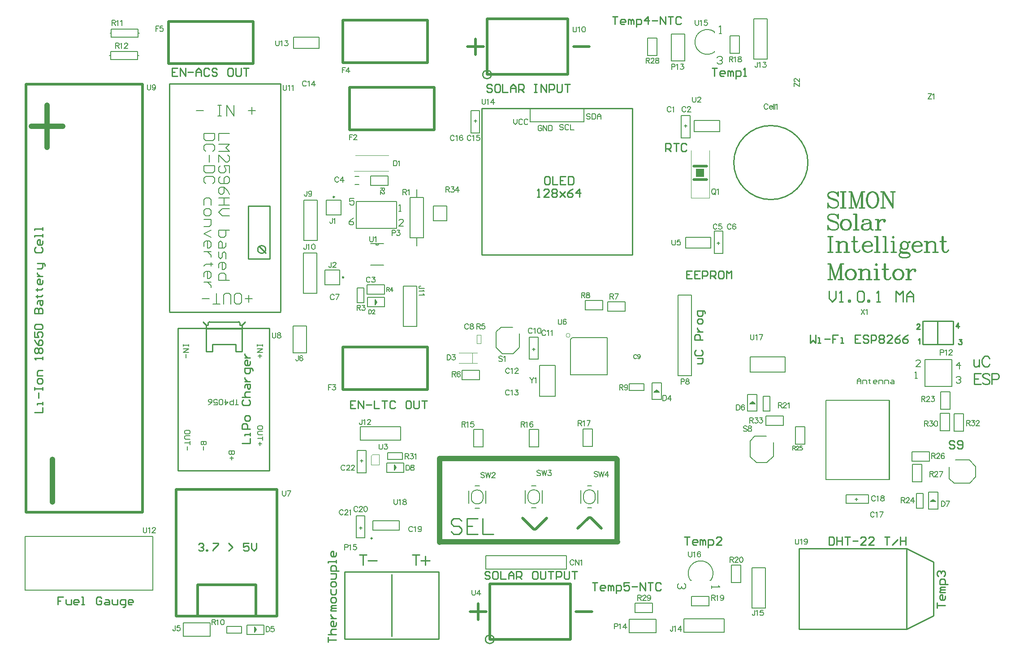
<source format=gto>
G04 Layer_Color=65535*
%FSLAX44Y44*%
%MOMM*%
G71*
G01*
G75*
%ADD40C,0.2540*%
%ADD70C,0.2000*%
%ADD71C,0.0000*%
%ADD72C,0.1524*%
%ADD73C,0.2500*%
%ADD74C,0.1270*%
%ADD75C,0.2007*%
%ADD76C,0.2032*%
%ADD77C,0.5000*%
%ADD78C,1.0000*%
%ADD79C,0.0762*%
%ADD80C,0.1000*%
%ADD81C,0.1540*%
%ADD82C,0.1295*%
%ADD83C,0.1500*%
%ADD84R,1.5000X1.5000*%
D40*
X485342Y751733D02*
G03*
X485342Y751733I-7493J0D01*
G01*
X916800Y14500D02*
G03*
X916800Y14500I-8100J0D01*
G01*
X379171Y615137D02*
G03*
X376682Y613156I-136J-2384D01*
G01*
X436677Y612648D02*
G03*
X434670Y615137I-2384J132D01*
G01*
X911800Y1082500D02*
G03*
X911800Y1082500I-8100J0D01*
G01*
X1509810Y916020D02*
G03*
X1509810Y916020I-70000J0D01*
G01*
X472490Y758032D02*
X485190Y745332D01*
X452850Y734232D02*
Y834232D01*
X492850Y734232D02*
Y834232D01*
X452850Y734232D02*
X492850D01*
X452850Y834232D02*
X492850D01*
X303130Y633572D02*
X401370D01*
X513130D01*
X303130Y635373D02*
Y1065372D01*
X327710D01*
X513130D01*
Y635373D02*
Y1065372D01*
X1086960Y1018550D02*
X1173320D01*
X1178400D01*
X893920D02*
X980280D01*
X985360D01*
X893920D02*
X1178400D01*
X893920Y741690D02*
Y1018550D01*
Y741690D02*
X1178400D01*
Y1018550D01*
X634280Y142320D02*
X812080D01*
Y15320D02*
Y142320D01*
X634280Y15320D02*
X812080D01*
X634280D02*
Y142320D01*
X710480D01*
X723180Y20400D02*
Y137240D01*
X384477Y558660D02*
Y572630D01*
X428673D01*
Y558660D02*
Y572630D01*
X372539Y601586D02*
X440614D01*
X372539Y558660D02*
Y574662D01*
Y558660D02*
X384477D01*
X428673D02*
X440614D01*
Y574662D01*
X376603Y608696D02*
Y613016D01*
X379143Y615046D02*
X434515D01*
X436547Y608696D02*
Y612506D01*
X366697Y614540D02*
X372539Y608696D01*
X440614D02*
X446453Y614540D01*
X372539Y601586D02*
Y608696D01*
Y558660D02*
Y601586D01*
X440614Y558660D02*
Y601586D01*
Y608696D01*
X372539D02*
X376603D01*
X436547D02*
X440614D01*
X319867Y602534D02*
X492587D01*
Y333289D02*
Y602534D01*
X319867Y333289D02*
X492587D01*
X319867D02*
Y602534D01*
X1696666Y185832D02*
X1747466Y160432D01*
Y58832D02*
Y160432D01*
X1696666Y33432D02*
X1747466Y58832D01*
X1493466Y33432D02*
X1696666D01*
X1493466D02*
Y109632D01*
Y185832D01*
X1696666D01*
Y33432D02*
Y185832D01*
X669205Y174536D02*
Y154540D01*
X662540Y174536D02*
X675871D01*
X678251Y163110D02*
X695390D01*
X769205Y174536D02*
Y154540D01*
X762540Y174536D02*
X775871D01*
X786821Y171679D02*
Y154540D01*
X778251Y163110D02*
X795390D01*
X1290537Y711535D02*
X1280540D01*
Y696540D01*
X1290537D01*
X1280540Y704038D02*
X1285538D01*
X1305532Y711535D02*
X1295535D01*
Y696540D01*
X1305532D01*
X1295535Y704038D02*
X1300533D01*
X1310530Y696540D02*
Y711535D01*
X1318028D01*
X1320527Y709036D01*
Y704038D01*
X1318028Y701538D01*
X1310530D01*
X1325525Y696540D02*
Y711535D01*
X1333023D01*
X1335522Y709036D01*
Y704038D01*
X1333023Y701538D01*
X1325525D01*
X1330524D02*
X1335522Y696540D01*
X1348018Y711535D02*
X1343020D01*
X1340521Y709036D01*
Y699039D01*
X1343020Y696540D01*
X1348018D01*
X1350517Y699039D01*
Y709036D01*
X1348018Y711535D01*
X1355516Y696540D02*
Y711535D01*
X1360514Y706537D01*
X1365513Y711535D01*
Y696540D01*
X1240790Y937260D02*
Y952255D01*
X1248288D01*
X1250787Y949756D01*
Y944758D01*
X1248288Y942258D01*
X1240790D01*
X1245788D02*
X1250787Y937260D01*
X1255785Y952255D02*
X1265782D01*
X1260783D01*
Y937260D01*
X1280777Y949756D02*
X1278278Y952255D01*
X1273279D01*
X1270780Y949756D01*
Y939759D01*
X1273279Y937260D01*
X1278278D01*
X1280777Y939759D01*
X1565428Y856662D02*
X1566856Y860946D01*
Y852377D01*
X1565428Y856662D01*
X1562571Y859518D01*
X1558286Y860946D01*
X1554001D01*
X1549716Y859518D01*
X1546860Y856662D01*
Y853805D01*
X1548288Y850948D01*
X1549716Y849520D01*
X1552573Y848092D01*
X1561143Y845235D01*
X1563999Y843807D01*
X1566856Y840950D01*
X1546860Y853805D02*
X1549716Y850948D01*
X1552573Y849520D01*
X1561143Y846664D01*
X1563999Y845235D01*
X1565428Y843807D01*
X1566856Y840950D01*
Y835238D01*
X1563999Y832381D01*
X1559714Y830953D01*
X1555430D01*
X1551145Y832381D01*
X1548288Y835238D01*
X1546860Y839522D01*
Y830953D01*
X1548288Y835238D01*
X1575568Y860946D02*
Y830953D01*
X1576996Y860946D02*
Y830953D01*
X1571283Y860946D02*
X1581281D01*
X1571283Y830953D02*
X1581281D01*
X1590993Y860946D02*
Y830953D01*
X1592422Y860946D02*
X1600991Y835238D01*
X1590993Y860946D02*
X1600991Y830953D01*
X1610989Y860946D02*
X1600991Y830953D01*
X1610989Y860946D02*
Y830953D01*
X1612417Y860946D02*
Y830953D01*
X1586709Y860946D02*
X1592422D01*
X1610989D02*
X1616702D01*
X1586709Y830953D02*
X1595278D01*
X1606704D02*
X1616702D01*
X1630128Y860946D02*
X1625843Y859518D01*
X1622986Y856662D01*
X1621558Y853805D01*
X1620130Y848092D01*
Y843807D01*
X1621558Y838094D01*
X1622986Y835238D01*
X1625843Y832381D01*
X1630128Y830953D01*
X1632984D01*
X1637269Y832381D01*
X1640126Y835238D01*
X1641554Y838094D01*
X1642982Y843807D01*
Y848092D01*
X1641554Y853805D01*
X1640126Y856662D01*
X1637269Y859518D01*
X1632984Y860946D01*
X1630128D01*
X1627271Y859518D01*
X1624415Y856662D01*
X1622986Y853805D01*
X1621558Y848092D01*
Y843807D01*
X1622986Y838094D01*
X1624415Y835238D01*
X1627271Y832381D01*
X1630128Y830953D01*
X1632984D02*
X1635841Y832381D01*
X1638697Y835238D01*
X1640126Y838094D01*
X1641554Y843807D01*
Y848092D01*
X1640126Y853805D01*
X1638697Y856662D01*
X1635841Y859518D01*
X1632984Y860946D01*
X1651409D02*
Y830953D01*
X1652837Y860946D02*
X1669976Y833809D01*
X1652837Y858090D02*
X1669976Y830953D01*
Y860946D02*
Y830953D01*
X1647124Y860946D02*
X1652837D01*
X1665692D02*
X1674261D01*
X1647124Y830953D02*
X1655694D01*
X1565428Y814573D02*
X1566856Y818858D01*
Y810288D01*
X1565428Y814573D01*
X1562571Y817430D01*
X1558286Y818858D01*
X1554001D01*
X1549716Y817430D01*
X1546860Y814573D01*
Y811717D01*
X1548288Y808860D01*
X1549716Y807432D01*
X1552573Y806004D01*
X1561143Y803147D01*
X1563999Y801719D01*
X1566856Y798862D01*
X1546860Y811717D02*
X1549716Y808860D01*
X1552573Y807432D01*
X1561143Y804575D01*
X1563999Y803147D01*
X1565428Y801719D01*
X1566856Y798862D01*
Y793149D01*
X1563999Y790293D01*
X1559714Y788864D01*
X1555430D01*
X1551145Y790293D01*
X1548288Y793149D01*
X1546860Y797434D01*
Y788864D01*
X1548288Y793149D01*
X1579853Y808860D02*
X1575568Y807432D01*
X1572712Y804575D01*
X1571283Y800291D01*
Y797434D01*
X1572712Y793149D01*
X1575568Y790293D01*
X1579853Y788864D01*
X1582709D01*
X1586994Y790293D01*
X1589851Y793149D01*
X1591279Y797434D01*
Y800291D01*
X1589851Y804575D01*
X1586994Y807432D01*
X1582709Y808860D01*
X1579853D01*
X1576996Y807432D01*
X1574140Y804575D01*
X1572712Y800291D01*
Y797434D01*
X1574140Y793149D01*
X1576996Y790293D01*
X1579853Y788864D01*
X1582709D02*
X1585566Y790293D01*
X1588423Y793149D01*
X1589851Y797434D01*
Y800291D01*
X1588423Y804575D01*
X1585566Y807432D01*
X1582709Y808860D01*
X1599991Y818858D02*
Y788864D01*
X1601420Y818858D02*
Y788864D01*
X1595707Y818858D02*
X1601420D01*
X1595707Y788864D02*
X1605704D01*
X1613988Y806004D02*
Y804575D01*
X1612560D01*
Y806004D01*
X1613988Y807432D01*
X1616845Y808860D01*
X1622558D01*
X1625415Y807432D01*
X1626843Y806004D01*
X1628271Y803147D01*
Y793149D01*
X1629699Y790293D01*
X1631128Y788864D01*
X1626843Y806004D02*
Y793149D01*
X1628271Y790293D01*
X1631128Y788864D01*
X1632556D01*
X1626843Y803147D02*
X1625415Y801719D01*
X1616845Y800291D01*
X1612560Y798862D01*
X1611132Y796006D01*
Y793149D01*
X1612560Y790293D01*
X1616845Y788864D01*
X1621130D01*
X1623986Y790293D01*
X1626843Y793149D01*
X1616845Y800291D02*
X1613988Y798862D01*
X1612560Y796006D01*
Y793149D01*
X1613988Y790293D01*
X1616845Y788864D01*
X1641125Y808860D02*
Y788864D01*
X1642554Y808860D02*
Y788864D01*
Y800291D02*
X1643982Y804575D01*
X1646839Y807432D01*
X1649695Y808860D01*
X1653980D01*
X1655408Y807432D01*
Y806004D01*
X1653980Y804575D01*
X1652552Y806004D01*
X1653980Y807432D01*
X1636841Y808860D02*
X1642554D01*
X1636841Y788864D02*
X1646839D01*
X1551145Y776770D02*
Y746776D01*
X1552573Y776770D02*
Y746776D01*
X1546860Y776770D02*
X1556858D01*
X1546860Y746776D02*
X1556858D01*
X1566570Y766772D02*
Y746776D01*
X1567998Y766772D02*
Y746776D01*
Y762487D02*
X1570855Y765344D01*
X1575140Y766772D01*
X1577996D01*
X1582281Y765344D01*
X1583709Y762487D01*
Y746776D01*
X1577996Y766772D02*
X1580853Y765344D01*
X1582281Y762487D01*
Y746776D01*
X1562285Y766772D02*
X1567998D01*
X1562285Y746776D02*
X1572283D01*
X1577996D02*
X1587994D01*
X1600420D02*
X1598992Y748204D01*
X1597563Y752489D01*
Y776770D01*
X1596135D01*
Y752489D01*
X1597563Y748204D01*
X1600420Y746776D01*
X1603277D01*
X1606133Y748204D01*
X1607561Y751061D01*
X1591850Y766772D02*
X1603277D01*
X1613846Y758202D02*
X1630985D01*
Y761059D01*
X1629557Y763915D01*
X1628128Y765344D01*
X1625272Y766772D01*
X1620987D01*
X1616702Y765344D01*
X1613846Y762487D01*
X1612417Y758202D01*
Y755346D01*
X1613846Y751061D01*
X1616702Y748204D01*
X1620987Y746776D01*
X1623844D01*
X1628128Y748204D01*
X1630985Y751061D01*
X1629557Y758202D02*
Y762487D01*
X1628128Y765344D01*
X1620987Y766772D02*
X1618130Y765344D01*
X1615274Y762487D01*
X1613846Y758202D01*
Y755346D01*
X1615274Y751061D01*
X1618130Y748204D01*
X1620987Y746776D01*
X1639840Y776770D02*
Y746776D01*
X1641268Y776770D02*
Y746776D01*
X1635555Y776770D02*
X1641268D01*
X1635555Y746776D02*
X1645553D01*
X1655265Y776770D02*
Y746776D01*
X1656694Y776770D02*
Y746776D01*
X1650981Y776770D02*
X1656694D01*
X1650981Y746776D02*
X1660978D01*
X1670691Y776770D02*
X1669262Y775341D01*
X1670691Y773913D01*
X1672119Y775341D01*
X1670691Y776770D01*
Y766772D02*
Y746776D01*
X1672119Y766772D02*
Y746776D01*
X1666406Y766772D02*
X1672119D01*
X1666406Y746776D02*
X1676404D01*
X1690401Y766772D02*
X1687544Y765344D01*
X1686116Y763915D01*
X1684688Y761059D01*
Y758202D01*
X1686116Y755346D01*
X1687544Y753917D01*
X1690401Y752489D01*
X1693257D01*
X1696114Y753917D01*
X1697542Y755346D01*
X1698970Y758202D01*
Y761059D01*
X1697542Y763915D01*
X1696114Y765344D01*
X1693257Y766772D01*
X1690401D01*
X1687544Y765344D02*
X1686116Y762487D01*
Y756774D01*
X1687544Y753917D01*
X1696114D02*
X1697542Y756774D01*
Y762487D01*
X1696114Y765344D01*
X1697542Y763915D02*
X1698970Y765344D01*
X1701827Y766772D01*
Y765344D01*
X1698970D01*
X1686116Y755346D02*
X1684688Y753917D01*
X1683259Y751061D01*
Y749633D01*
X1684688Y746776D01*
X1688972Y745348D01*
X1696114D01*
X1700399Y743920D01*
X1701827Y742491D01*
X1683259Y749633D02*
X1684688Y748204D01*
X1688972Y746776D01*
X1696114D01*
X1700399Y745348D01*
X1701827Y742491D01*
Y741063D01*
X1700399Y738207D01*
X1696114Y736778D01*
X1687544D01*
X1683259Y738207D01*
X1681831Y741063D01*
Y742491D01*
X1683259Y745348D01*
X1687544Y746776D01*
X1707683Y758202D02*
X1724822D01*
Y761059D01*
X1723394Y763915D01*
X1721965Y765344D01*
X1719109Y766772D01*
X1714824D01*
X1710539Y765344D01*
X1707683Y762487D01*
X1706254Y758202D01*
Y755346D01*
X1707683Y751061D01*
X1710539Y748204D01*
X1714824Y746776D01*
X1717681D01*
X1721965Y748204D01*
X1724822Y751061D01*
X1723394Y758202D02*
Y762487D01*
X1721965Y765344D01*
X1714824Y766772D02*
X1711967Y765344D01*
X1709111Y762487D01*
X1707683Y758202D01*
Y755346D01*
X1709111Y751061D01*
X1711967Y748204D01*
X1714824Y746776D01*
X1733677Y766772D02*
Y746776D01*
X1735105Y766772D02*
Y746776D01*
Y762487D02*
X1737962Y765344D01*
X1742247Y766772D01*
X1745103D01*
X1749388Y765344D01*
X1750816Y762487D01*
Y746776D01*
X1745103Y766772D02*
X1747960Y765344D01*
X1749388Y762487D01*
Y746776D01*
X1729392Y766772D02*
X1735105D01*
X1729392Y746776D02*
X1739390D01*
X1745103D02*
X1755101D01*
X1767527D02*
X1766099Y748204D01*
X1764671Y752489D01*
Y776770D01*
X1763242D01*
Y752489D01*
X1764671Y748204D01*
X1767527Y746776D01*
X1770383D01*
X1773240Y748204D01*
X1774668Y751061D01*
X1758957Y766772D02*
X1770383D01*
X1551145Y724684D02*
Y694690D01*
X1552573Y724684D02*
X1561143Y698975D01*
X1551145Y724684D02*
X1561143Y694690D01*
X1571140Y724684D02*
X1561143Y694690D01*
X1571140Y724684D02*
Y694690D01*
X1572569Y724684D02*
Y694690D01*
X1546860Y724684D02*
X1552573D01*
X1571140D02*
X1576854D01*
X1546860Y694690D02*
X1555430D01*
X1566856D02*
X1576854D01*
X1588851Y714686D02*
X1584566Y713258D01*
X1581710Y710401D01*
X1580281Y706116D01*
Y703260D01*
X1581710Y698975D01*
X1584566Y696118D01*
X1588851Y694690D01*
X1591707D01*
X1595992Y696118D01*
X1598849Y698975D01*
X1600277Y703260D01*
Y706116D01*
X1598849Y710401D01*
X1595992Y713258D01*
X1591707Y714686D01*
X1588851D01*
X1585995Y713258D01*
X1583138Y710401D01*
X1581710Y706116D01*
Y703260D01*
X1583138Y698975D01*
X1585995Y696118D01*
X1588851Y694690D01*
X1591707D02*
X1594564Y696118D01*
X1597421Y698975D01*
X1598849Y703260D01*
Y706116D01*
X1597421Y710401D01*
X1594564Y713258D01*
X1591707Y714686D01*
X1608990D02*
Y694690D01*
X1610418Y714686D02*
Y694690D01*
Y710401D02*
X1613274Y713258D01*
X1617559Y714686D01*
X1620416D01*
X1624700Y713258D01*
X1626129Y710401D01*
Y694690D01*
X1620416Y714686D02*
X1623272Y713258D01*
X1624700Y710401D01*
Y694690D01*
X1604705Y714686D02*
X1610418D01*
X1604705Y694690D02*
X1614703D01*
X1620416D02*
X1630414D01*
X1638555Y724684D02*
X1637126Y723255D01*
X1638555Y721827D01*
X1639983Y723255D01*
X1638555Y724684D01*
Y714686D02*
Y694690D01*
X1639983Y714686D02*
Y694690D01*
X1634270Y714686D02*
X1639983D01*
X1634270Y694690D02*
X1644268D01*
X1658265D02*
X1656836Y696118D01*
X1655408Y700403D01*
Y724684D01*
X1653980D01*
Y700403D01*
X1655408Y696118D01*
X1658265Y694690D01*
X1661121D01*
X1663978Y696118D01*
X1665406Y698975D01*
X1649695Y714686D02*
X1661121D01*
X1678832D02*
X1674547Y713258D01*
X1671690Y710401D01*
X1670262Y706116D01*
Y703260D01*
X1671690Y698975D01*
X1674547Y696118D01*
X1678832Y694690D01*
X1681688D01*
X1685973Y696118D01*
X1688829Y698975D01*
X1690258Y703260D01*
Y706116D01*
X1688829Y710401D01*
X1685973Y713258D01*
X1681688Y714686D01*
X1678832D01*
X1675975Y713258D01*
X1673119Y710401D01*
X1671690Y706116D01*
Y703260D01*
X1673119Y698975D01*
X1675975Y696118D01*
X1678832Y694690D01*
X1681688D02*
X1684545Y696118D01*
X1687401Y698975D01*
X1688829Y703260D01*
Y706116D01*
X1687401Y710401D01*
X1684545Y713258D01*
X1681688Y714686D01*
X1698970D02*
Y694690D01*
X1700399Y714686D02*
Y694690D01*
Y706116D02*
X1701827Y710401D01*
X1704683Y713258D01*
X1707540Y714686D01*
X1711825D01*
X1713253Y713258D01*
Y711829D01*
X1711825Y710401D01*
X1710396Y711829D01*
X1711825Y713258D01*
X1694685Y714686D02*
X1700399D01*
X1694685Y694690D02*
X1704683D01*
X1019463Y889985D02*
X1014465D01*
X1011966Y887486D01*
Y877489D01*
X1014465Y874990D01*
X1019463D01*
X1021962Y877489D01*
Y887486D01*
X1019463Y889985D01*
X1026961D02*
Y874990D01*
X1036957D01*
X1051953Y889985D02*
X1041956D01*
Y874990D01*
X1051953D01*
X1041956Y882488D02*
X1046954D01*
X1056951Y889985D02*
Y874990D01*
X1064449D01*
X1066948Y877489D01*
Y887486D01*
X1064449Y889985D01*
X1056951D01*
X998220Y850900D02*
X1003218D01*
X1000719D01*
Y865895D01*
X998220Y863396D01*
X1020713Y850900D02*
X1010716D01*
X1020713Y860897D01*
Y863396D01*
X1018214Y865895D01*
X1013215D01*
X1010716Y863396D01*
X1025711D02*
X1028210Y865895D01*
X1033209D01*
X1035708Y863396D01*
Y860897D01*
X1033209Y858398D01*
X1035708Y855898D01*
Y853399D01*
X1033209Y850900D01*
X1028210D01*
X1025711Y853399D01*
Y855898D01*
X1028210Y858398D01*
X1025711Y860897D01*
Y863396D01*
X1028210Y858398D02*
X1033209D01*
X1040706Y860897D02*
X1050703Y850900D01*
X1045705Y855898D01*
X1050703Y860897D01*
X1040706Y850900D01*
X1065698Y865895D02*
X1060700Y863396D01*
X1055701Y858398D01*
Y853399D01*
X1058201Y850900D01*
X1063199D01*
X1065698Y853399D01*
Y855898D01*
X1063199Y858398D01*
X1055701D01*
X1078194Y850900D02*
Y865895D01*
X1070696Y858398D01*
X1080693D01*
X1786887Y387854D02*
X1784348Y390393D01*
X1779269D01*
X1776730Y387854D01*
Y385315D01*
X1779269Y382775D01*
X1784348D01*
X1786887Y380236D01*
Y377697D01*
X1784348Y375158D01*
X1779269D01*
X1776730Y377697D01*
X1791965D02*
X1794504Y375158D01*
X1799583D01*
X1802122Y377697D01*
Y387854D01*
X1799583Y390393D01*
X1794504D01*
X1791965Y387854D01*
Y385315D01*
X1794504Y382775D01*
X1802122D01*
X1102360Y121675D02*
X1112357D01*
X1107358D01*
Y106680D01*
X1124853D02*
X1119854D01*
X1117355Y109179D01*
Y114178D01*
X1119854Y116677D01*
X1124853D01*
X1127352Y114178D01*
Y111678D01*
X1117355D01*
X1132350Y106680D02*
Y116677D01*
X1134849D01*
X1137349Y114178D01*
Y106680D01*
Y114178D01*
X1139848Y116677D01*
X1142347Y114178D01*
Y106680D01*
X1147345Y101682D02*
Y116677D01*
X1154843D01*
X1157342Y114178D01*
Y109179D01*
X1154843Y106680D01*
X1147345D01*
X1172337Y121675D02*
X1162341D01*
Y114178D01*
X1167339Y116677D01*
X1169838D01*
X1172337Y114178D01*
Y109179D01*
X1169838Y106680D01*
X1164840D01*
X1162341Y109179D01*
X1177336Y114178D02*
X1187333D01*
X1192331Y106680D02*
Y121675D01*
X1202328Y106680D01*
Y121675D01*
X1207326D02*
X1217323D01*
X1212324D01*
Y106680D01*
X1232318Y119176D02*
X1229819Y121675D01*
X1224820D01*
X1222321Y119176D01*
Y109179D01*
X1224820Y106680D01*
X1229819D01*
X1232318Y109179D01*
X1140460Y1192285D02*
X1150457D01*
X1145458D01*
Y1177290D01*
X1162953D02*
X1157954D01*
X1155455Y1179789D01*
Y1184788D01*
X1157954Y1187287D01*
X1162953D01*
X1165452Y1184788D01*
Y1182288D01*
X1155455D01*
X1170450Y1177290D02*
Y1187287D01*
X1172950D01*
X1175449Y1184788D01*
Y1177290D01*
Y1184788D01*
X1177948Y1187287D01*
X1180447Y1184788D01*
Y1177290D01*
X1185445Y1172292D02*
Y1187287D01*
X1192943D01*
X1195442Y1184788D01*
Y1179789D01*
X1192943Y1177290D01*
X1185445D01*
X1207938D02*
Y1192285D01*
X1200441Y1184788D01*
X1210437D01*
X1215436D02*
X1225433D01*
X1230431Y1177290D02*
Y1192285D01*
X1240428Y1177290D01*
Y1192285D01*
X1245426D02*
X1255423D01*
X1250424D01*
Y1177290D01*
X1270418Y1189786D02*
X1267919Y1192285D01*
X1262920D01*
X1260421Y1189786D01*
Y1179789D01*
X1262920Y1177290D01*
X1267919D01*
X1270418Y1179789D01*
X1754115Y73660D02*
Y83657D01*
Y78658D01*
X1769110D01*
Y96153D02*
Y91154D01*
X1766611Y88655D01*
X1761612D01*
X1759113Y91154D01*
Y96153D01*
X1761612Y98652D01*
X1764112D01*
Y88655D01*
X1769110Y103650D02*
X1759113D01*
Y106150D01*
X1761612Y108649D01*
X1769110D01*
X1761612D01*
X1759113Y111148D01*
X1761612Y113647D01*
X1769110D01*
X1774108Y118645D02*
X1759113D01*
Y126143D01*
X1761612Y128642D01*
X1766611D01*
X1769110Y126143D01*
Y118645D01*
X1756614Y133641D02*
X1754115Y136140D01*
Y141138D01*
X1756614Y143637D01*
X1759113D01*
X1761612Y141138D01*
Y138639D01*
Y141138D01*
X1764112Y143637D01*
X1766611D01*
X1769110Y141138D01*
Y136140D01*
X1766611Y133641D01*
X1276350Y208035D02*
X1286347D01*
X1281348D01*
Y193040D01*
X1298843D02*
X1293844D01*
X1291345Y195539D01*
Y200538D01*
X1293844Y203037D01*
X1298843D01*
X1301342Y200538D01*
Y198038D01*
X1291345D01*
X1306340Y193040D02*
Y203037D01*
X1308840D01*
X1311339Y200538D01*
Y193040D01*
Y200538D01*
X1313838Y203037D01*
X1316337Y200538D01*
Y193040D01*
X1321335Y188042D02*
Y203037D01*
X1328833D01*
X1331332Y200538D01*
Y195539D01*
X1328833Y193040D01*
X1321335D01*
X1346327D02*
X1336331D01*
X1346327Y203037D01*
Y205536D01*
X1343828Y208035D01*
X1338830D01*
X1336331Y205536D01*
X1328420Y1094495D02*
X1338417D01*
X1333418D01*
Y1079500D01*
X1350913D02*
X1345914D01*
X1343415Y1081999D01*
Y1086998D01*
X1345914Y1089497D01*
X1350913D01*
X1353412Y1086998D01*
Y1084498D01*
X1343415D01*
X1358410Y1079500D02*
Y1089497D01*
X1360909D01*
X1363409Y1086998D01*
Y1079500D01*
Y1086998D01*
X1365908Y1089497D01*
X1368407Y1086998D01*
Y1079500D01*
X1373405Y1074502D02*
Y1089497D01*
X1380903D01*
X1383402Y1086998D01*
Y1081999D01*
X1380903Y1079500D01*
X1373405D01*
X1388401D02*
X1393399D01*
X1390900D01*
Y1094495D01*
X1388401Y1091996D01*
X1514000Y589995D02*
Y575000D01*
X1518998Y579998D01*
X1523997Y575000D01*
Y589995D01*
X1528995Y575000D02*
X1533994D01*
X1531494D01*
Y584997D01*
X1528995D01*
X1541491Y582498D02*
X1551488D01*
X1566483Y589995D02*
X1556486D01*
Y582498D01*
X1561485D01*
X1556486D01*
Y575000D01*
X1571481D02*
X1576480D01*
X1573981D01*
Y584997D01*
X1571481D01*
X1608969Y589995D02*
X1598972D01*
Y575000D01*
X1608969D01*
X1598972Y582498D02*
X1603971D01*
X1623964Y587496D02*
X1621465Y589995D01*
X1616467D01*
X1613968Y587496D01*
Y584997D01*
X1616467Y582498D01*
X1621465D01*
X1623964Y579998D01*
Y577499D01*
X1621465Y575000D01*
X1616467D01*
X1613968Y577499D01*
X1628963Y575000D02*
Y589995D01*
X1636460D01*
X1638960Y587496D01*
Y582498D01*
X1636460Y579998D01*
X1628963D01*
X1643958Y587496D02*
X1646457Y589995D01*
X1651456D01*
X1653955Y587496D01*
Y584997D01*
X1651456Y582498D01*
X1653955Y579998D01*
Y577499D01*
X1651456Y575000D01*
X1646457D01*
X1643958Y577499D01*
Y579998D01*
X1646457Y582498D01*
X1643958Y584997D01*
Y587496D01*
X1646457Y582498D02*
X1651456D01*
X1668950Y575000D02*
X1658953D01*
X1668950Y584997D01*
Y587496D01*
X1666451Y589995D01*
X1661452D01*
X1658953Y587496D01*
X1683945Y589995D02*
X1678947Y587496D01*
X1673948Y582498D01*
Y577499D01*
X1676447Y575000D01*
X1681446D01*
X1683945Y577499D01*
Y579998D01*
X1681446Y582498D01*
X1673948D01*
X1698940Y589995D02*
X1693942Y587496D01*
X1688943Y582498D01*
Y577499D01*
X1691443Y575000D01*
X1696441D01*
X1698940Y577499D01*
Y579998D01*
X1696441Y582498D01*
X1688943D01*
X1300643Y535940D02*
X1308141D01*
X1310640Y538439D01*
Y545937D01*
X1300643D01*
X1298144Y560932D02*
X1295645Y558433D01*
Y553434D01*
X1298144Y550935D01*
X1308141D01*
X1310640Y553434D01*
Y558433D01*
X1308141Y560932D01*
X1310640Y580925D02*
X1295645D01*
Y588423D01*
X1298144Y590922D01*
X1303142D01*
X1305642Y588423D01*
Y580925D01*
X1300643Y595921D02*
X1310640D01*
X1305642D01*
X1303142Y598420D01*
X1300643Y600919D01*
Y603418D01*
X1310640Y613415D02*
Y618413D01*
X1308141Y620913D01*
X1303142D01*
X1300643Y618413D01*
Y613415D01*
X1303142Y610916D01*
X1308141D01*
X1310640Y613415D01*
X1315638Y630909D02*
Y633408D01*
X1313139Y635908D01*
X1300643D01*
Y628410D01*
X1303142Y625911D01*
X1308141D01*
X1310640Y628410D01*
Y635908D01*
X855654Y238352D02*
X850655Y243350D01*
X840658D01*
X835660Y238352D01*
Y233354D01*
X840658Y228355D01*
X850655D01*
X855654Y223357D01*
Y218358D01*
X850655Y213360D01*
X840658D01*
X835660Y218358D01*
X885644Y243350D02*
X865650D01*
Y213360D01*
X885644D01*
X865650Y228355D02*
X875647D01*
X895641Y243350D02*
Y213360D01*
X915634D01*
X1793761Y612998D02*
X1789000Y606333D01*
X1796141D01*
X1793761Y612998D02*
Y603000D01*
X1794952Y581998D02*
X1800189D01*
X1797333Y578189D01*
X1798761D01*
X1799713Y577713D01*
X1800189Y577237D01*
X1800665Y575809D01*
Y574856D01*
X1800189Y573428D01*
X1799237Y572476D01*
X1797809Y572000D01*
X1796380D01*
X1794952Y572476D01*
X1794476Y572952D01*
X1794000Y573904D01*
X1715476Y608617D02*
Y609094D01*
X1715952Y610046D01*
X1716428Y610522D01*
X1717380Y610998D01*
X1719285D01*
X1720237Y610522D01*
X1720713Y610046D01*
X1721189Y609094D01*
Y608141D01*
X1720713Y607189D01*
X1719761Y605761D01*
X1715000Y601000D01*
X1721665D01*
X1718000Y581093D02*
X1718952Y581570D01*
X1720380Y582998D01*
Y573000D01*
X1823000Y543330D02*
Y533809D01*
X1823952Y530952D01*
X1825856Y530000D01*
X1828713D01*
X1830617Y530952D01*
X1833474Y533809D01*
Y543330D02*
Y530000D01*
X1852994Y545235D02*
X1852041Y547139D01*
X1850137Y549044D01*
X1848233Y549996D01*
X1844424D01*
X1842520Y549044D01*
X1840615Y547139D01*
X1839663Y545235D01*
X1838711Y542378D01*
Y537617D01*
X1839663Y534761D01*
X1840615Y532856D01*
X1842520Y530952D01*
X1844424Y530000D01*
X1848233D01*
X1850137Y530952D01*
X1852041Y532856D01*
X1852994Y534761D01*
X1836378Y516996D02*
X1824000D01*
Y497000D01*
X1836378D01*
X1824000Y507474D02*
X1831617D01*
X1853041Y514139D02*
X1851137Y516044D01*
X1848280Y516996D01*
X1844472D01*
X1841615Y516044D01*
X1839711Y514139D01*
Y512235D01*
X1840663Y510331D01*
X1841615Y509378D01*
X1843520Y508426D01*
X1849233Y506522D01*
X1851137Y505570D01*
X1852089Y504617D01*
X1853041Y502713D01*
Y499856D01*
X1851137Y497952D01*
X1848280Y497000D01*
X1844472D01*
X1841615Y497952D01*
X1839711Y499856D01*
X1857517Y506522D02*
X1866086D01*
X1868943Y507474D01*
X1869895Y508426D01*
X1870847Y510331D01*
Y513187D01*
X1869895Y515091D01*
X1868943Y516044D01*
X1866086Y516996D01*
X1857517D01*
Y497000D01*
X1549400Y672774D02*
Y659445D01*
X1556064Y652780D01*
X1562729Y659445D01*
Y672774D01*
X1569394Y652780D02*
X1576058D01*
X1572726D01*
Y672774D01*
X1569394Y669441D01*
X1586055Y652780D02*
Y656112D01*
X1589387D01*
Y652780D01*
X1586055D01*
X1602716Y669441D02*
X1606048Y672774D01*
X1612713D01*
X1616045Y669441D01*
Y656112D01*
X1612713Y652780D01*
X1606048D01*
X1602716Y656112D01*
Y669441D01*
X1622710Y652780D02*
Y656112D01*
X1626042D01*
Y652780D01*
X1622710D01*
X1639371D02*
X1646035D01*
X1642703D01*
Y672774D01*
X1639371Y669441D01*
X1676026Y652780D02*
Y672774D01*
X1682690Y666109D01*
X1689355Y672774D01*
Y652780D01*
X1696019D02*
Y666109D01*
X1702684Y672774D01*
X1709348Y666109D01*
Y652780D01*
Y662777D01*
X1696019D01*
X912967Y1061516D02*
X910468Y1064015D01*
X905469D01*
X902970Y1061516D01*
Y1059017D01*
X905469Y1056518D01*
X910468D01*
X912967Y1054018D01*
Y1051519D01*
X910468Y1049020D01*
X905469D01*
X902970Y1051519D01*
X925463Y1064015D02*
X920464D01*
X917965Y1061516D01*
Y1051519D01*
X920464Y1049020D01*
X925463D01*
X927962Y1051519D01*
Y1061516D01*
X925463Y1064015D01*
X932960D02*
Y1049020D01*
X942957D01*
X947955D02*
Y1059017D01*
X952954Y1064015D01*
X957952Y1059017D01*
Y1049020D01*
Y1056518D01*
X947955D01*
X962951Y1049020D02*
Y1064015D01*
X970448D01*
X972947Y1061516D01*
Y1056518D01*
X970448Y1054018D01*
X962951D01*
X967949D02*
X972947Y1049020D01*
X992941Y1064015D02*
X997939D01*
X995440D01*
Y1049020D01*
X992941D01*
X997939D01*
X1005437D02*
Y1064015D01*
X1015434Y1049020D01*
Y1064015D01*
X1020432Y1049020D02*
Y1064015D01*
X1027930D01*
X1030429Y1061516D01*
Y1056518D01*
X1027930Y1054018D01*
X1020432D01*
X1035427Y1064015D02*
Y1051519D01*
X1037926Y1049020D01*
X1042925D01*
X1045424Y1051519D01*
Y1064015D01*
X1050422D02*
X1060419D01*
X1055421D01*
Y1049020D01*
X909157Y140766D02*
X906658Y143265D01*
X901659D01*
X899160Y140766D01*
Y138267D01*
X901659Y135768D01*
X906658D01*
X909157Y133268D01*
Y130769D01*
X906658Y128270D01*
X901659D01*
X899160Y130769D01*
X921653Y143265D02*
X916654D01*
X914155Y140766D01*
Y130769D01*
X916654Y128270D01*
X921653D01*
X924152Y130769D01*
Y140766D01*
X921653Y143265D01*
X929150D02*
Y128270D01*
X939147D01*
X944145D02*
Y138267D01*
X949144Y143265D01*
X954142Y138267D01*
Y128270D01*
Y135768D01*
X944145D01*
X959141Y128270D02*
Y143265D01*
X966638D01*
X969137Y140766D01*
Y135768D01*
X966638Y133268D01*
X959141D01*
X964139D02*
X969137Y128270D01*
X996628Y143265D02*
X991630D01*
X989131Y140766D01*
Y130769D01*
X991630Y128270D01*
X996628D01*
X999128Y130769D01*
Y140766D01*
X996628Y143265D01*
X1004126D02*
Y130769D01*
X1006625Y128270D01*
X1011624D01*
X1014123Y130769D01*
Y143265D01*
X1019121D02*
X1029118D01*
X1024119D01*
Y128270D01*
X1034116D02*
Y143265D01*
X1041614D01*
X1044113Y140766D01*
Y135768D01*
X1041614Y133268D01*
X1034116D01*
X1049111Y143265D02*
Y130769D01*
X1051611Y128270D01*
X1056609D01*
X1059108Y130769D01*
Y143265D01*
X1064107D02*
X1074103D01*
X1069105D01*
Y128270D01*
X603495Y8890D02*
Y18887D01*
Y13888D01*
X618490D01*
X603495Y23885D02*
X618490D01*
X610992D01*
X608493Y26384D01*
Y31383D01*
X610992Y33882D01*
X618490D01*
Y46378D02*
Y41379D01*
X615991Y38880D01*
X610992D01*
X608493Y41379D01*
Y46378D01*
X610992Y48877D01*
X613492D01*
Y38880D01*
X608493Y53875D02*
X618490D01*
X613492D01*
X610992Y56375D01*
X608493Y58874D01*
Y61373D01*
X618490Y68871D02*
X608493D01*
Y71370D01*
X610992Y73869D01*
X618490D01*
X610992D01*
X608493Y76368D01*
X610992Y78867D01*
X618490D01*
Y86365D02*
Y91363D01*
X615991Y93862D01*
X610992D01*
X608493Y91363D01*
Y86365D01*
X610992Y83866D01*
X615991D01*
X618490Y86365D01*
X608493Y108858D02*
Y101360D01*
X610992Y98861D01*
X615991D01*
X618490Y101360D01*
Y108858D01*
Y116355D02*
Y121354D01*
X615991Y123853D01*
X610992D01*
X608493Y121354D01*
Y116355D01*
X610992Y113856D01*
X615991D01*
X618490Y116355D01*
X608493Y128851D02*
X615991D01*
X618490Y131350D01*
Y138848D01*
X608493D01*
X623488Y143846D02*
X608493D01*
Y151344D01*
X610992Y153843D01*
X615991D01*
X618490Y151344D01*
Y143846D01*
Y158841D02*
Y163840D01*
Y161341D01*
X603495D01*
Y158841D01*
X618490Y178835D02*
Y173837D01*
X615991Y171337D01*
X610992D01*
X608493Y173837D01*
Y178835D01*
X610992Y181334D01*
X613492D01*
Y171337D01*
X358140Y194106D02*
X360639Y196605D01*
X365638D01*
X368137Y194106D01*
Y191607D01*
X365638Y189108D01*
X363138D01*
X365638D01*
X368137Y186608D01*
Y184109D01*
X365638Y181610D01*
X360639D01*
X358140Y184109D01*
X373135Y181610D02*
Y184109D01*
X375634D01*
Y181610D01*
X373135D01*
X385631Y196605D02*
X395628D01*
Y194106D01*
X385631Y184109D01*
Y181610D01*
X415621D02*
X423119Y189108D01*
X415621Y196605D01*
X453109D02*
X443112D01*
Y189108D01*
X448111Y191607D01*
X450610D01*
X453109Y189108D01*
Y184109D01*
X450610Y181610D01*
X445612D01*
X443112Y184109D01*
X458108Y196605D02*
Y186608D01*
X463106Y181610D01*
X468104Y186608D01*
Y196605D01*
X440935Y384810D02*
X455930D01*
Y394807D01*
Y399805D02*
Y404804D01*
Y402304D01*
X445933D01*
Y399805D01*
X455930Y412301D02*
X440935D01*
Y419799D01*
X443434Y422298D01*
X448432D01*
X450932Y419799D01*
Y412301D01*
X455930Y429795D02*
Y434794D01*
X453431Y437293D01*
X448432D01*
X445933Y434794D01*
Y429795D01*
X448432Y427296D01*
X453431D01*
X455930Y429795D01*
X443434Y467283D02*
X440935Y464784D01*
Y459786D01*
X443434Y457286D01*
X453431D01*
X455930Y459786D01*
Y464784D01*
X453431Y467283D01*
X440935Y472282D02*
X455930D01*
X448432D01*
X445933Y474781D01*
Y479779D01*
X448432Y482278D01*
X455930D01*
X445933Y489776D02*
Y494774D01*
X448432Y497274D01*
X455930D01*
Y489776D01*
X453431Y487277D01*
X450932Y489776D01*
Y497274D01*
X445933Y502272D02*
X455930D01*
X450932D01*
X448432Y504771D01*
X445933Y507270D01*
Y509770D01*
X460928Y522266D02*
Y524765D01*
X458429Y527264D01*
X445933D01*
Y519766D01*
X448432Y517267D01*
X453431D01*
X455930Y519766D01*
Y527264D01*
Y539760D02*
Y534761D01*
X453431Y532262D01*
X448432D01*
X445933Y534761D01*
Y539760D01*
X448432Y542259D01*
X450932D01*
Y532262D01*
X445933Y547257D02*
X455930D01*
X450932D01*
X448432Y549757D01*
X445933Y552256D01*
Y554755D01*
X102707Y95005D02*
X92710D01*
Y87508D01*
X97708D01*
X92710D01*
Y80010D01*
X107705Y90007D02*
Y82509D01*
X110204Y80010D01*
X117702D01*
Y90007D01*
X130198Y80010D02*
X125199D01*
X122700Y82509D01*
Y87508D01*
X125199Y90007D01*
X130198D01*
X132697Y87508D01*
Y85008D01*
X122700D01*
X137695Y80010D02*
X142694D01*
X140195D01*
Y95005D01*
X137695D01*
X175183Y92506D02*
X172684Y95005D01*
X167686D01*
X165187Y92506D01*
Y82509D01*
X167686Y80010D01*
X172684D01*
X175183Y82509D01*
Y87508D01*
X170185D01*
X182681Y90007D02*
X187679D01*
X190178Y87508D01*
Y80010D01*
X182681D01*
X180182Y82509D01*
X182681Y85008D01*
X190178D01*
X195177Y90007D02*
Y82509D01*
X197676Y80010D01*
X205174D01*
Y90007D01*
X215170Y75012D02*
X217670D01*
X220169Y77511D01*
Y90007D01*
X212671D01*
X210172Y87508D01*
Y82509D01*
X212671Y80010D01*
X220169D01*
X232665D02*
X227666D01*
X225167Y82509D01*
Y87508D01*
X227666Y90007D01*
X232665D01*
X235164Y87508D01*
Y85008D01*
X225167D01*
X655157Y465845D02*
X645160D01*
Y450850D01*
X655157D01*
X645160Y458348D02*
X650158D01*
X660155Y450850D02*
Y465845D01*
X670152Y450850D01*
Y465845D01*
X675150Y458348D02*
X685147D01*
X690145Y465845D02*
Y450850D01*
X700142D01*
X705141Y465845D02*
X715137D01*
X710139D01*
Y450850D01*
X730133Y463346D02*
X727633Y465845D01*
X722635D01*
X720136Y463346D01*
Y453349D01*
X722635Y450850D01*
X727633D01*
X730133Y453349D01*
X757624Y465845D02*
X752625D01*
X750126Y463346D01*
Y453349D01*
X752625Y450850D01*
X757624D01*
X760123Y453349D01*
Y463346D01*
X757624Y465845D01*
X765121D02*
Y453349D01*
X767620Y450850D01*
X772619D01*
X775118Y453349D01*
Y465845D01*
X780116D02*
X790113D01*
X785115D01*
Y450850D01*
X318607Y1094495D02*
X308610D01*
Y1079500D01*
X318607D01*
X308610Y1086998D02*
X313608D01*
X323605Y1079500D02*
Y1094495D01*
X333602Y1079500D01*
Y1094495D01*
X338600Y1086998D02*
X348597D01*
X353595Y1079500D02*
Y1089497D01*
X358594Y1094495D01*
X363592Y1089497D01*
Y1079500D01*
Y1086998D01*
X353595D01*
X378587Y1091996D02*
X376088Y1094495D01*
X371090D01*
X368591Y1091996D01*
Y1081999D01*
X371090Y1079500D01*
X376088D01*
X378587Y1081999D01*
X393582Y1091996D02*
X391083Y1094495D01*
X386085D01*
X383586Y1091996D01*
Y1089497D01*
X386085Y1086998D01*
X391083D01*
X393582Y1084498D01*
Y1081999D01*
X391083Y1079500D01*
X386085D01*
X383586Y1081999D01*
X421074Y1094495D02*
X416075D01*
X413576Y1091996D01*
Y1081999D01*
X416075Y1079500D01*
X421074D01*
X423573Y1081999D01*
Y1091996D01*
X421074Y1094495D01*
X428571D02*
Y1081999D01*
X431070Y1079500D01*
X436069D01*
X438568Y1081999D01*
Y1094495D01*
X443566D02*
X453563D01*
X448565D01*
Y1079500D01*
X48505Y443230D02*
X63500D01*
Y453227D01*
Y458225D02*
Y463223D01*
Y460724D01*
X53503D01*
Y458225D01*
X56002Y470721D02*
Y480718D01*
X48505Y485716D02*
Y490715D01*
Y488215D01*
X63500D01*
Y485716D01*
Y490715D01*
Y500711D02*
Y505710D01*
X61001Y508209D01*
X56002D01*
X53503Y505710D01*
Y500711D01*
X56002Y498212D01*
X61001D01*
X63500Y500711D01*
Y513207D02*
X53503D01*
Y520705D01*
X56002Y523204D01*
X63500D01*
Y543198D02*
Y548196D01*
Y545697D01*
X48505D01*
X51004Y543198D01*
Y555694D02*
X48505Y558193D01*
Y563191D01*
X51004Y565690D01*
X53503D01*
X56002Y563191D01*
X58502Y565690D01*
X61001D01*
X63500Y563191D01*
Y558193D01*
X61001Y555694D01*
X58502D01*
X56002Y558193D01*
X53503Y555694D01*
X51004D01*
X56002Y558193D02*
Y563191D01*
X48505Y580686D02*
X51004Y575687D01*
X56002Y570689D01*
X61001D01*
X63500Y573188D01*
Y578186D01*
X61001Y580686D01*
X58502D01*
X56002Y578186D01*
Y570689D01*
X48505Y595681D02*
Y585684D01*
X56002D01*
X53503Y590682D01*
Y593181D01*
X56002Y595681D01*
X61001D01*
X63500Y593181D01*
Y588183D01*
X61001Y585684D01*
X51004Y600679D02*
X48505Y603178D01*
Y608177D01*
X51004Y610676D01*
X61001D01*
X63500Y608177D01*
Y603178D01*
X61001Y600679D01*
X51004D01*
X48505Y630669D02*
X63500D01*
Y638167D01*
X61001Y640666D01*
X58502D01*
X56002Y638167D01*
Y630669D01*
Y638167D01*
X53503Y640666D01*
X51004D01*
X48505Y638167D01*
Y630669D01*
X53503Y648164D02*
Y653162D01*
X56002Y655661D01*
X63500D01*
Y648164D01*
X61001Y645665D01*
X58502Y648164D01*
Y655661D01*
X51004Y663159D02*
X53503D01*
Y660660D01*
Y665658D01*
Y663159D01*
X61001D01*
X63500Y665658D01*
X51004Y675655D02*
X53503D01*
Y673156D01*
Y678154D01*
Y675655D01*
X61001D01*
X63500Y678154D01*
Y693149D02*
Y688151D01*
X61001Y685651D01*
X56002D01*
X53503Y688151D01*
Y693149D01*
X56002Y695648D01*
X58502D01*
Y685651D01*
X53503Y700647D02*
X63500D01*
X58502D01*
X56002Y703146D01*
X53503Y705645D01*
Y708144D01*
Y715642D02*
X61001D01*
X63500Y718141D01*
Y725639D01*
X65999D01*
X68498Y723139D01*
Y720640D01*
X63500Y725639D02*
X53503D01*
X51004Y755629D02*
X48505Y753130D01*
Y748131D01*
X51004Y745632D01*
X61001D01*
X63500Y748131D01*
Y753130D01*
X61001Y755629D01*
X63500Y768125D02*
Y763126D01*
X61001Y760627D01*
X56002D01*
X53503Y763126D01*
Y768125D01*
X56002Y770624D01*
X58502D01*
Y760627D01*
X63500Y775622D02*
Y780621D01*
Y778122D01*
X48505D01*
Y775622D01*
X63500Y788118D02*
Y793117D01*
Y790618D01*
X48505D01*
Y788118D01*
X1549400Y208035D02*
Y193040D01*
X1556898D01*
X1559397Y195539D01*
Y205536D01*
X1556898Y208035D01*
X1549400D01*
X1564395D02*
Y193040D01*
Y200538D01*
X1574392D01*
Y208035D01*
Y193040D01*
X1579390Y208035D02*
X1589387D01*
X1584389D01*
Y193040D01*
X1594385Y200538D02*
X1604382D01*
X1619377Y193040D02*
X1609381D01*
X1619377Y203037D01*
Y205536D01*
X1616878Y208035D01*
X1611880D01*
X1609381Y205536D01*
X1634373Y193040D02*
X1624376D01*
X1634373Y203037D01*
Y205536D01*
X1631873Y208035D01*
X1626875D01*
X1624376Y205536D01*
X1654366Y208035D02*
X1664363D01*
X1659364D01*
Y193040D01*
X1669361D02*
X1679358Y203037D01*
X1684356Y208035D02*
Y193040D01*
Y200538D01*
X1694353D01*
Y208035D01*
Y193040D01*
D70*
X1333288Y1163326D02*
G03*
X1333288Y1124926I-13500J-19200D01*
G01*
X1326292Y125934D02*
G03*
X1287892Y125934I-19200J13500D01*
G01*
X1264300Y513100D02*
Y665500D01*
X1289700Y513100D02*
Y665500D01*
X1264300D02*
X1289700D01*
X1264300Y513100D02*
X1289700D01*
X653860Y889642D02*
X661860D01*
X653860Y874642D02*
X661860D01*
X1003054Y532746D02*
X1032054D01*
X1003054Y473746D02*
Y532746D01*
Y473746D02*
X1032054D01*
Y510996D01*
Y532746D01*
X1333288Y1124926D02*
Y1126626D01*
Y1161626D02*
Y1163326D01*
X244400Y1161000D02*
X246686D01*
X191314D02*
X193600D01*
X244400Y1153380D02*
Y1161000D01*
X193600Y1153380D02*
X244400D01*
X193600D02*
Y1168620D01*
X244400D01*
Y1161000D02*
Y1168620D01*
X783514Y774138D02*
Y850338D01*
X758114D02*
X783514D01*
X758114Y774138D02*
Y850338D01*
Y774138D02*
X783514D01*
X770814Y850338D02*
Y865578D01*
Y758898D02*
Y774138D01*
X1251422Y1108160D02*
Y1158960D01*
Y1108160D02*
X1276822D01*
Y1158960D01*
X1251422D02*
X1276822D01*
X1731240Y492822D02*
X1782040D01*
Y543622D01*
X1731240Y492822D02*
Y543622D01*
X1782040D01*
X656336Y842772D02*
X705019D01*
X656336D02*
X732536D01*
X656336Y791972D02*
X732536D01*
Y842772D01*
X656336Y791972D02*
Y842772D01*
X600172Y844580D02*
X628172D01*
Y816580D02*
Y844580D01*
X600172Y816580D02*
X628172D01*
X600172D02*
Y844580D01*
X687848Y220544D02*
X737848D01*
X687848Y238544D02*
X737848D01*
X687848Y220544D02*
Y238544D01*
X737848Y220544D02*
Y238544D01*
X1287892Y125934D02*
X1289592D01*
X1324592D02*
X1326292D01*
X190314Y1118000D02*
X192600D01*
X243400D02*
X245686D01*
X192600D02*
Y1125620D01*
X243400D01*
Y1110380D02*
Y1125620D01*
X192600Y1110380D02*
X243400D01*
X192600D02*
Y1118000D01*
X1171900Y27300D02*
X1222700D01*
Y52700D01*
X1171900D02*
X1222700D01*
X1171900Y27300D02*
Y52700D01*
X625124Y685008D02*
Y713008D01*
X597124Y685008D02*
X625124D01*
X597124D02*
Y713008D01*
X625124D01*
X1400652Y548630D02*
X1467152D01*
X1400652Y519420D02*
X1467152D01*
Y548630D01*
X1400652Y519420D02*
Y548630D01*
D71*
X1060440Y589370D02*
G03*
X1060440Y589370I-3810J0D01*
G01*
D72*
X692922Y762640D02*
G03*
X699018Y762640I3048J0D01*
G01*
X1131049Y514950D02*
Y585049D01*
X1060950Y514950D02*
X1131049D01*
X1060950D02*
Y581501D01*
X1064499Y585049D02*
X1131049D01*
X1060950Y581501D02*
X1064499Y585049D01*
X683778Y762640D02*
X692922D01*
X699018D01*
X708162D01*
X683778Y722000D02*
X708162D01*
D73*
X615422Y851080D02*
G03*
X615422Y851080I-1250J0D01*
G01*
X686548Y205544D02*
G03*
X686548Y205544I-1250J0D01*
G01*
X632874Y699008D02*
G03*
X632874Y699008I-1250J0D01*
G01*
X1755000Y572000D02*
Y616000D01*
X1728000D02*
X1783000D01*
X1784000Y573000D02*
Y616000D01*
X1727000Y572000D02*
X1784000D01*
X1727000D02*
Y616000D01*
D74*
X884983Y270850D02*
G03*
X895984Y279849I1001J10000D01*
G01*
Y287850D02*
G03*
X884983Y296850I-10000J-1001D01*
G01*
D02*
G03*
X873983Y287850I-1001J-10000D01*
G01*
Y279849D02*
G03*
X884983Y270850I10000J1001D01*
G01*
X992000Y271000D02*
G03*
X1003001Y280000I1001J10000D01*
G01*
Y288001D02*
G03*
X992000Y297000I-10000J-1001D01*
G01*
D02*
G03*
X980999Y288001I-1001J-10000D01*
G01*
Y280000D02*
G03*
X992000Y271000I10000J1001D01*
G01*
X1097000D02*
G03*
X1108001Y280000I1001J10000D01*
G01*
Y288001D02*
G03*
X1097000Y297000I-10000J-1001D01*
G01*
D02*
G03*
X1085999Y288001I-1001J-10000D01*
G01*
Y280000D02*
G03*
X1097000Y271000I10000J1001D01*
G01*
X1544113Y466662D02*
X1663493D01*
Y316803D02*
Y466662D01*
X1544113Y316803D02*
X1663493D01*
X1544113D02*
Y466662D01*
X1543803Y466591D02*
X1663803D01*
Y316592D02*
Y466591D01*
X1543803Y316592D02*
X1663803D01*
X1543803D02*
Y466591D01*
X1053900Y147300D02*
Y172700D01*
X901500Y147300D02*
X1053900D01*
X901500D02*
Y172700D01*
X1053900D01*
X380254Y20288D02*
Y45688D01*
X329454Y20288D02*
X380254D01*
X329454D02*
Y45688D01*
X380254D01*
X658114Y678688D02*
X670814D01*
X658114Y650748D02*
Y678688D01*
Y650748D02*
X670814D01*
Y678688D01*
X683514Y872998D02*
Y890778D01*
X716534D01*
Y872998D02*
Y890778D01*
X683514Y872998D02*
X716534D01*
X691769Y649478D02*
X693674D01*
X691769Y652018D02*
X693674Y649478D01*
X691769Y652018D02*
X694309Y650748D01*
X691769Y654558D02*
X694309Y650748D01*
X691769Y654558D02*
X694944Y651383D01*
X691769Y657098D02*
X694944Y651383D01*
X691769Y657098D02*
X695579Y652018D01*
X693674Y649478D02*
X695579Y652018D01*
X691769Y646938D02*
X693674Y649478D01*
X691769Y646938D02*
Y649478D01*
Y652018D01*
Y654558D01*
Y657098D01*
X677799Y660908D02*
X709549D01*
X677799Y643128D02*
Y660908D01*
Y643128D02*
X709549D01*
Y660908D01*
X662048Y225353D02*
X667128D01*
X664588Y222813D02*
Y227893D01*
X656333Y206303D02*
X672843D01*
Y248213D01*
X656333D02*
X672843D01*
X656333Y206303D02*
Y248213D01*
X1429204Y73564D02*
Y149764D01*
X1403804D02*
X1429204D01*
X1403804Y73564D02*
Y149764D01*
Y73564D02*
X1429204D01*
X895984Y279850D02*
Y287851D01*
X873982Y279850D02*
Y287851D01*
X880983Y304851D02*
X888984D01*
X880983Y262849D02*
X888984D01*
X868984Y271851D02*
Y295849D01*
X900983Y271851D02*
Y295849D01*
X1085110Y412620D02*
X1102890D01*
Y379600D02*
Y412620D01*
X1085110Y379600D02*
X1102890D01*
X1085110D02*
Y412620D01*
X983110Y411400D02*
X1000890D01*
Y378380D02*
Y411400D01*
X983110Y378380D02*
X1000890D01*
X983110D02*
Y411400D01*
X878110D02*
X895890D01*
Y378380D02*
Y411400D01*
X878110Y378380D02*
X895890D01*
X878110D02*
Y411400D01*
X1122510Y637110D02*
Y654890D01*
X1089490Y637110D02*
X1122510D01*
X1089490D02*
Y654890D01*
X1122510D01*
X1131346Y635122D02*
Y652902D01*
X1164366D01*
Y635122D02*
Y652902D01*
X1131346Y635122D02*
X1164366D01*
X1003001Y279999D02*
Y288000D01*
X980999Y279999D02*
Y288000D01*
X987999Y305001D02*
X996001D01*
X987999Y262999D02*
X996001D01*
X976001Y272001D02*
Y295999D01*
X1007999Y272001D02*
Y295999D01*
X1215826Y65422D02*
Y83202D01*
X1182806Y65422D02*
X1215826D01*
X1182806D02*
Y83202D01*
X1215826D01*
X1206972Y1151594D02*
X1224752D01*
Y1118574D02*
Y1151594D01*
X1206972Y1118574D02*
X1224752D01*
X1206972D02*
Y1151594D01*
X1322840Y78220D02*
Y96000D01*
X1289820Y78220D02*
X1322840D01*
X1289820D02*
Y96000D01*
X1322840D01*
X1362968Y1155556D02*
X1380748D01*
Y1122536D02*
Y1155556D01*
X1362968Y1122536D02*
X1380748D01*
X1362968D02*
Y1155556D01*
X1275596Y27928D02*
X1351796D01*
Y53328D01*
X1275596D02*
X1351796D01*
X1275596Y27928D02*
Y53328D01*
X1433072Y1111614D02*
Y1187814D01*
X1407672D02*
X1433072D01*
X1407672Y1111614D02*
Y1187814D01*
Y1111614D02*
X1433072D01*
X1365110Y121490D02*
X1382890D01*
X1365110D02*
Y154510D01*
X1382890D01*
Y121490D02*
Y154510D01*
X878840Y995045D02*
X883920D01*
X881380Y992505D02*
Y997585D01*
X873125Y1014095D02*
X889635D01*
X873125Y972185D02*
Y1014095D01*
Y972185D02*
X889635D01*
Y1014095D01*
X983615Y544195D02*
Y586105D01*
X1000125D01*
Y544195D02*
Y586105D01*
X983615Y544195D02*
X1000125D01*
X991870Y560705D02*
Y565785D01*
X989330Y563245D02*
X994410D01*
X1287283Y962629D02*
Y1004539D01*
X1270773Y962629D02*
X1287283D01*
X1270773D02*
Y1004539D01*
X1287283D01*
X1279028Y982949D02*
Y988029D01*
X1276488Y985489D02*
X1281568D01*
X556514Y744728D02*
X581914D01*
Y668528D02*
Y744728D01*
X556514Y668528D02*
X581914D01*
X556514D02*
Y744728D01*
X557784Y845058D02*
X583184D01*
Y768858D02*
Y845058D01*
X557784Y768858D02*
X583184D01*
X557784D02*
Y845058D01*
X1786358Y407986D02*
X1804138D01*
X1786358D02*
Y441006D01*
X1804138D01*
Y407986D02*
Y441006D01*
X745744Y682498D02*
X771144D01*
Y606298D02*
Y682498D01*
X745744Y606298D02*
X771144D01*
X745744D02*
Y682498D01*
X440198Y25876D02*
Y38576D01*
X412258D02*
X440198D01*
X412258Y25876D02*
Y38576D01*
Y25876D02*
X440198D01*
X481727Y23844D02*
Y41624D01*
X449977Y23844D02*
X481727D01*
X449977D02*
Y41624D01*
X481727D01*
X463947Y35274D02*
Y37814D01*
Y32734D02*
Y35274D01*
Y30194D02*
Y32734D01*
Y27654D02*
Y30194D01*
Y27654D02*
X465852Y30194D01*
X467757Y32734D01*
X463947Y37814D02*
X467757Y32734D01*
X463947Y37814D02*
X467122Y32099D01*
X463947Y35274D02*
X467122Y32099D01*
X463947Y35274D02*
X466487Y31464D01*
X463947Y32734D02*
X466487Y31464D01*
X463947Y32734D02*
X465852Y30194D01*
X463947D02*
X465852D01*
X1200434Y485516D02*
Y498216D01*
X1172494D02*
X1200434D01*
X1172494Y485516D02*
Y498216D01*
Y485516D02*
X1200434D01*
X1226540Y482095D02*
Y484000D01*
X1224000Y482095D02*
X1226540Y484000D01*
X1224000Y482095D02*
X1225270Y484635D01*
X1221460Y482095D02*
X1225270Y484635D01*
X1221460Y482095D02*
X1224635Y485270D01*
X1218920Y482095D02*
X1224635Y485270D01*
X1218920Y482095D02*
X1224000Y485905D01*
X1226540Y484000D01*
X1229080Y482095D01*
X1226540D02*
X1229080D01*
X1224000D02*
X1226540D01*
X1221460D02*
X1224000D01*
X1218920D02*
X1221460D01*
X1215110Y468125D02*
Y499875D01*
Y468125D02*
X1232890D01*
Y499875D01*
X1215110D02*
X1232890D01*
X889284Y505836D02*
Y523616D01*
X856264Y505836D02*
X889284D01*
X856264D02*
Y523616D01*
X889284D01*
X1332647Y744545D02*
Y786455D01*
X1349157D01*
Y744545D02*
Y786455D01*
X1332647Y744545D02*
X1349157D01*
X1340902Y761055D02*
Y766135D01*
X1338362Y763595D02*
X1343442D01*
X1749020Y274763D02*
Y276668D01*
X1746480Y274763D02*
X1749020Y276668D01*
X1746480Y274763D02*
X1747750Y277303D01*
X1743940Y274763D02*
X1747750Y277303D01*
X1743940Y274763D02*
X1747115Y277938D01*
X1741400Y274763D02*
X1747115Y277938D01*
X1741400Y274763D02*
X1746480Y278573D01*
X1749020Y276668D01*
X1751560Y274763D01*
X1749020D02*
X1751560D01*
X1746480D02*
X1749020D01*
X1743940D02*
X1746480D01*
X1741400D02*
X1743940D01*
X1737590Y260793D02*
Y292543D01*
Y260793D02*
X1755370D01*
Y292543D01*
X1737590D02*
X1755370D01*
X1714730Y262698D02*
X1727430D01*
Y290638D01*
X1714730D02*
X1727430D01*
X1714730Y262698D02*
Y290638D01*
X1759942Y441768D02*
X1777722D01*
Y408748D02*
Y441768D01*
X1759942Y408748D02*
X1777722D01*
X1759942D02*
Y441768D01*
X1760704Y482916D02*
X1778484D01*
Y449896D02*
Y482916D01*
X1760704Y449896D02*
X1778484D01*
X1760704D02*
Y482916D01*
X1739368Y351344D02*
Y369124D01*
X1706348Y351344D02*
X1739368D01*
X1706348D02*
Y369124D01*
X1739368D01*
X1706856Y345502D02*
X1724636D01*
Y312482D02*
Y345502D01*
X1706856Y312482D02*
X1724636D01*
X1706856D02*
Y345502D01*
X1582269Y287971D02*
X1624179D01*
Y271461D02*
Y287971D01*
X1582269Y271461D02*
X1624179D01*
X1582269D02*
Y287971D01*
X1598779Y279716D02*
X1603859D01*
X1601319Y277176D02*
Y282256D01*
X1425424Y446086D02*
X1438124D01*
Y474026D01*
X1425424D02*
X1438124D01*
X1425424Y446086D02*
Y474026D01*
X1407390Y459929D02*
Y461834D01*
X1404850Y459929D02*
X1407390Y461834D01*
X1404850Y459929D02*
X1406120Y462469D01*
X1402310Y459929D02*
X1406120Y462469D01*
X1402310Y459929D02*
X1405485Y463104D01*
X1399770Y459929D02*
X1405485Y463104D01*
X1399770Y459929D02*
X1404850Y463739D01*
X1407390Y461834D01*
X1409930Y459929D01*
X1407390D02*
X1409930D01*
X1404850D02*
X1407390D01*
X1402310D02*
X1404850D01*
X1399770D02*
X1402310D01*
X1395960Y445959D02*
Y477709D01*
Y445959D02*
X1413740D01*
Y477709D01*
X1395960D02*
X1413740D01*
X1485876Y416114D02*
X1503656D01*
Y383094D02*
Y416114D01*
X1485876Y383094D02*
X1503656D01*
X1485876D02*
Y416114D01*
X677164Y667258D02*
Y685038D01*
X710184D01*
Y667258D02*
Y685038D01*
X677164Y667258D02*
X710184D01*
X663990Y391216D02*
Y416616D01*
X740190D01*
Y391216D02*
Y416616D01*
X663990Y391216D02*
X740190D01*
X674785Y329621D02*
Y371531D01*
X658275Y329621D02*
X674785D01*
X658275D02*
Y371531D01*
X674785D01*
X666530Y349941D02*
Y355021D01*
X663990Y352481D02*
X669070D01*
X537210Y607060D02*
X562610D01*
Y556260D02*
Y607060D01*
X537210Y556260D02*
X562610D01*
X537210D02*
Y607060D01*
X1429996Y419162D02*
Y436942D01*
X1463016D01*
Y419162D02*
Y436942D01*
X1429996Y419162D02*
X1463016D01*
X716060Y354386D02*
X744000D01*
X716060D02*
Y367086D01*
X744000D01*
Y354386D02*
Y367086D01*
X745905Y330256D02*
Y348036D01*
X714155Y330256D02*
X745905D01*
X714155D02*
Y348036D01*
X745905D01*
X728125Y341686D02*
Y344226D01*
Y339146D02*
Y341686D01*
Y336606D02*
Y339146D01*
Y334066D02*
Y336606D01*
Y334066D02*
X730030Y336606D01*
X731935Y339146D01*
X728125Y344226D02*
X731935Y339146D01*
X728125Y344226D02*
X731300Y338511D01*
X728125Y341686D02*
X731300Y338511D01*
X728125Y341686D02*
X730665Y337876D01*
X728125Y339146D02*
X730665Y337876D01*
X728125Y339146D02*
X730030Y336606D01*
X728125D02*
X730030D01*
X1108001Y279999D02*
Y288000D01*
X1085999Y279999D02*
Y288000D01*
X1093000Y305001D02*
X1101001D01*
X1093000Y262999D02*
X1101001D01*
X1081001Y272001D02*
Y295999D01*
X1113000Y272001D02*
Y295999D01*
X827650Y806000D02*
Y834000D01*
X802250Y806000D02*
X827650D01*
X802250D02*
Y834000D01*
X827650D01*
X1400400Y360650D02*
Y389675D01*
X1409400Y398650D02*
X1431401D01*
X1444400Y361095D02*
Y386650D01*
X1412399Y348651D02*
X1432401D01*
X1444400Y360650D01*
X1400900Y360150D02*
X1412399Y348651D01*
X1400400Y389650D02*
X1409400Y398650D01*
X920624Y595766D02*
X929624Y604766D01*
X921124Y566266D02*
X932624Y554767D01*
X952625D02*
X964624Y566766D01*
X932624Y554767D02*
X952625D01*
X964624Y567211D02*
Y592766D01*
X929624Y604766D02*
X951625D01*
X920624Y566766D02*
Y595791D01*
X1785835Y309470D02*
X1814860D01*
X1776860Y318470D02*
Y340471D01*
X1788860Y353470D02*
X1814415D01*
X1826859Y321469D02*
Y341470D01*
X1814860Y353470D02*
X1826859Y341470D01*
X1815360Y309970D02*
X1826859Y321469D01*
X1776860Y318470D02*
X1785860Y309470D01*
D75*
X985360Y993150D02*
Y1018550D01*
X1086960D01*
X985360Y993150D02*
X1086960D01*
Y1018550D01*
D76*
X30530Y107792D02*
X271830D01*
X30530Y209392D02*
X271830D01*
X30530Y107792D02*
Y209392D01*
X271830Y107792D02*
Y209392D01*
X538000Y1153000D02*
X586000D01*
X538000Y1132000D02*
Y1153000D01*
X537999Y1132000D02*
X586000D01*
Y1153000D01*
X1326548Y753992D02*
Y774992D01*
X1278547Y753992D02*
X1326548D01*
X1278548D02*
Y774992D01*
X1326548D01*
X1295160Y974600D02*
X1343160D01*
Y995600D01*
X1295160D02*
X1343161D01*
X1295160Y974600D02*
Y995600D01*
X459790Y658975D02*
X446248D01*
X453019Y652204D02*
Y665746D01*
X429320Y648819D02*
X436091D01*
X439477Y652204D01*
Y665746D01*
X436091Y669132D01*
X429320D01*
X425934Y665746D01*
Y652204D01*
X429320Y648819D01*
X419163D02*
Y665746D01*
X415778Y669132D01*
X409006D01*
X405621Y665746D01*
Y648819D01*
X398850D02*
X385308D01*
X392079D01*
Y669132D01*
X378536Y658975D02*
X364994D01*
X354584Y1014219D02*
X368126D01*
X395211Y1024375D02*
X401982D01*
X398596D01*
Y1004062D01*
X395211D01*
X401982D01*
X412139D02*
Y1024375D01*
X425681Y1004062D01*
Y1024375D01*
X452766Y1014219D02*
X466308D01*
X459537Y1020990D02*
Y1007448D01*
X388663Y971392D02*
X368350D01*
Y961235D01*
X371736Y957850D01*
X385278D01*
X388663Y961235D01*
Y971392D01*
X385278Y937536D02*
X388663Y940922D01*
Y947693D01*
X385278Y951079D01*
X371736D01*
X368350Y947693D01*
Y940922D01*
X371736Y937536D01*
X378507Y930765D02*
Y917223D01*
X388663Y910452D02*
X368350D01*
Y900295D01*
X371736Y896909D01*
X385278D01*
X388663Y900295D01*
Y910452D01*
X385278Y876596D02*
X388663Y879982D01*
Y886753D01*
X385278Y890138D01*
X371736D01*
X368350Y886753D01*
Y879982D01*
X371736Y876596D01*
X381892Y835969D02*
Y846126D01*
X378507Y849511D01*
X371736D01*
X368350Y846126D01*
Y835969D01*
Y825813D02*
Y819041D01*
X371736Y815656D01*
X378507D01*
X381892Y819041D01*
Y825813D01*
X378507Y829198D01*
X371736D01*
X368350Y825813D01*
Y808885D02*
X381892D01*
Y798728D01*
X378507Y795342D01*
X368350D01*
X381892Y788571D02*
X368350Y781800D01*
X381892Y775029D01*
X368350Y758101D02*
Y764872D01*
X371736Y768258D01*
X378507D01*
X381892Y764872D01*
Y758101D01*
X378507Y754715D01*
X375121D01*
Y768258D01*
X381892Y747944D02*
X368350D01*
X375121D01*
X378507Y744559D01*
X381892Y741173D01*
Y737788D01*
X385278Y724245D02*
X381892D01*
Y727631D01*
Y720860D01*
Y724245D01*
X371736D01*
X368350Y720860D01*
Y700546D02*
Y707318D01*
X371736Y710703D01*
X378507D01*
X381892Y707318D01*
Y700546D01*
X378507Y697161D01*
X375121D01*
Y710703D01*
X381892Y690390D02*
X368350D01*
X375121D01*
X378507Y687004D01*
X381892Y683618D01*
Y680233D01*
X416603Y971392D02*
X396290D01*
Y957850D01*
Y951079D02*
X416603D01*
X409832Y944307D01*
X416603Y937536D01*
X396290D01*
Y917223D02*
Y930765D01*
X409832Y917223D01*
X413218D01*
X416603Y920608D01*
Y927380D01*
X413218Y930765D01*
X416603Y896909D02*
Y910452D01*
X406447D01*
X409832Y903681D01*
Y900295D01*
X406447Y896909D01*
X399676D01*
X396290Y900295D01*
Y907066D01*
X399676Y910452D01*
Y890138D02*
X396290Y886753D01*
Y879982D01*
X399676Y876596D01*
X413218D01*
X416603Y879982D01*
Y886753D01*
X413218Y890138D01*
X409832D01*
X406447Y886753D01*
Y876596D01*
X416603Y856283D02*
X413218Y863054D01*
X406447Y869825D01*
X399676D01*
X396290Y866439D01*
Y859668D01*
X399676Y856283D01*
X403061D01*
X406447Y859668D01*
Y869825D01*
X416603Y849511D02*
X396290D01*
X406447D01*
Y835969D01*
X416603D01*
X396290D01*
X416603Y829198D02*
X403061D01*
X396290Y822427D01*
X403061Y815656D01*
X416603D01*
Y788571D02*
X396290D01*
Y778415D01*
X399676Y775029D01*
X403061D01*
X406447D01*
X409832Y778415D01*
Y788571D01*
Y764872D02*
Y758101D01*
X406447Y754715D01*
X396290D01*
Y764872D01*
X399676Y768258D01*
X403061Y764872D01*
Y754715D01*
X396290Y747944D02*
Y737788D01*
X399676Y734402D01*
X403061Y737788D01*
Y744559D01*
X406447Y747944D01*
X409832Y744559D01*
Y734402D01*
X396290Y717474D02*
Y724245D01*
X399676Y727631D01*
X406447D01*
X409832Y724245D01*
Y717474D01*
X406447Y714089D01*
X403061D01*
Y727631D01*
X416603Y693775D02*
X396290D01*
Y703932D01*
X399676Y707318D01*
X406447D01*
X409832Y703932D01*
Y693775D01*
X1047905Y986321D02*
X1046238Y987987D01*
X1042906D01*
X1041240Y986321D01*
Y984654D01*
X1042906Y982988D01*
X1046238D01*
X1047905Y981322D01*
Y979656D01*
X1046238Y977990D01*
X1042906D01*
X1041240Y979656D01*
X1057901Y986321D02*
X1056235Y987987D01*
X1052903D01*
X1051237Y986321D01*
Y979656D01*
X1052903Y977990D01*
X1056235D01*
X1057901Y979656D01*
X1061234Y987987D02*
Y977990D01*
X1067898D01*
X1098705Y1006641D02*
X1097038Y1008307D01*
X1093706D01*
X1092040Y1006641D01*
Y1004975D01*
X1093706Y1003308D01*
X1097038D01*
X1098705Y1001642D01*
Y999976D01*
X1097038Y998310D01*
X1093706D01*
X1092040Y999976D01*
X1102037Y1008307D02*
Y998310D01*
X1107035D01*
X1108701Y999976D01*
Y1006641D01*
X1107035Y1008307D01*
X1102037D01*
X1112033Y998310D02*
Y1004975D01*
X1115366Y1008307D01*
X1118698Y1004975D01*
Y998310D01*
Y1003308D01*
X1112033D01*
X954000Y997997D02*
Y991332D01*
X957332Y988000D01*
X960665Y991332D01*
Y997997D01*
X970661Y996331D02*
X968995Y997997D01*
X965663D01*
X963997Y996331D01*
Y989666D01*
X965663Y988000D01*
X968995D01*
X970661Y989666D01*
X980658Y996331D02*
X978992Y997997D01*
X975660D01*
X973994Y996331D01*
Y989666D01*
X975660Y988000D01*
X978992D01*
X980658Y989666D01*
X1006665Y984331D02*
X1004998Y985997D01*
X1001666D01*
X1000000Y984331D01*
Y977666D01*
X1001666Y976000D01*
X1004998D01*
X1006665Y977666D01*
Y980998D01*
X1003332D01*
X1009997Y976000D02*
Y985997D01*
X1016661Y976000D01*
Y985997D01*
X1019994D02*
Y976000D01*
X1024992D01*
X1026658Y977666D01*
Y984331D01*
X1024992Y985997D01*
X1019994D01*
X1790000Y509580D02*
X1792116Y511696D01*
X1796348D01*
X1798464Y509580D01*
Y507464D01*
X1796348Y505348D01*
X1794232D01*
X1796348D01*
X1798464Y503232D01*
Y501116D01*
X1796348Y499000D01*
X1792116D01*
X1790000Y501116D01*
X1796348Y526000D02*
Y538696D01*
X1790000Y532348D01*
X1798464D01*
X1722464Y530000D02*
X1714000D01*
X1722464Y538464D01*
Y540580D01*
X1720348Y542696D01*
X1716116D01*
X1714000Y540580D01*
X1712000Y508000D02*
X1716232D01*
X1714116D01*
Y520696D01*
X1712000Y518580D01*
X737000Y824000D02*
X741232D01*
X739116D01*
Y836696D01*
X737000Y834580D01*
X745464Y796000D02*
X737000D01*
X745464Y804464D01*
Y806580D01*
X743348Y808696D01*
X739116D01*
X737000Y806580D01*
X652464Y848696D02*
X644000D01*
Y842348D01*
X648232Y844464D01*
X650348D01*
X652464Y842348D01*
Y838116D01*
X650348Y836000D01*
X646116D01*
X644000Y838116D01*
X651464Y810696D02*
X647232Y808580D01*
X643000Y804348D01*
Y800116D01*
X645116Y798000D01*
X649348D01*
X651464Y800116D01*
Y802232D01*
X649348Y804348D01*
X643000D01*
X434188Y457918D02*
X427523D01*
X430856D01*
Y467915D01*
X424191D02*
Y457918D01*
X419193D01*
X417527Y459584D01*
Y462917D01*
X419193Y464583D01*
X424191D01*
X409196Y467915D02*
Y457918D01*
X414194Y462917D01*
X407530D01*
X404198Y459584D02*
X402532Y457918D01*
X399199D01*
X397533Y459584D01*
Y466249D01*
X399199Y467915D01*
X402532D01*
X404198Y466249D01*
Y459584D01*
X387536Y457918D02*
X394201D01*
Y462917D01*
X390869Y461250D01*
X389202D01*
X387536Y462917D01*
Y466249D01*
X389202Y467915D01*
X392535D01*
X394201Y466249D01*
X377540Y457918D02*
X380872Y459584D01*
X384204Y462917D01*
Y466249D01*
X382538Y467915D01*
X379206D01*
X377540Y466249D01*
Y464583D01*
X379206Y462917D01*
X384204D01*
X340125Y572135D02*
Y568803D01*
Y570469D01*
X330128D01*
Y572135D01*
Y568803D01*
Y563804D02*
X340125D01*
X330128Y557140D01*
X340125D01*
X335126Y553808D02*
Y547143D01*
X479825Y572135D02*
Y568803D01*
Y570469D01*
X469828D01*
Y572135D01*
Y568803D01*
Y563804D02*
X479825D01*
X469828Y557140D01*
X479825D01*
X474826Y553808D02*
Y547143D01*
X478158Y550475D02*
X471494D01*
X342284Y404526D02*
Y407858D01*
X340617Y409524D01*
X333953D01*
X332287Y407858D01*
Y404526D01*
X333953Y402860D01*
X340617D01*
X342284Y404526D01*
Y399527D02*
X333953D01*
X332287Y397861D01*
Y394529D01*
X333953Y392863D01*
X342284D01*
Y389531D02*
Y382866D01*
Y386198D01*
X332287D01*
X337285Y379534D02*
Y372869D01*
X373195Y388925D02*
X363199D01*
Y383926D01*
X364865Y382260D01*
X366531D01*
X368197Y383926D01*
Y388925D01*
Y383926D01*
X369863Y382260D01*
X371529D01*
X373195Y383926D01*
Y388925D01*
X368197Y378928D02*
Y372263D01*
X426075Y370789D02*
X416078D01*
Y365790D01*
X417744Y364124D01*
X419411D01*
X421077Y365790D01*
Y370789D01*
Y365790D01*
X422743Y364124D01*
X424409D01*
X426075Y365790D01*
Y370789D01*
X421077Y360792D02*
Y354128D01*
X424409Y357460D02*
X417744D01*
X479897Y412832D02*
Y416164D01*
X478231Y417830D01*
X471566D01*
X469900Y416164D01*
Y412832D01*
X471566Y411166D01*
X478231D01*
X479897Y412832D01*
Y407833D02*
X471566D01*
X469900Y406167D01*
Y402835D01*
X471566Y401169D01*
X479897D01*
Y397836D02*
Y391172D01*
Y394504D01*
X469900D01*
X474898Y387840D02*
Y381175D01*
X478231Y384507D02*
X471566D01*
D77*
X32290Y1064642D02*
X142290D01*
X32290Y254642D02*
X142290D01*
X32290D02*
Y1064642D01*
X142290D02*
X252290D01*
Y254642D02*
Y1064642D01*
X142290Y254642D02*
X252290D01*
X356600Y117972D02*
X466600D01*
X356600Y87972D02*
Y117972D01*
X466600Y77972D02*
Y117972D01*
X316600Y57972D02*
Y297972D01*
Y57972D02*
X506600D01*
Y297972D01*
X316600D02*
X506600D01*
X356600Y57972D02*
Y87972D01*
X466600Y57972D02*
Y77972D01*
X886800Y52000D02*
Y82000D01*
X908700Y14500D02*
Y119500D01*
X1061100D01*
X908700Y14500D02*
X1061100D01*
Y119500D01*
X871800Y67000D02*
X901800D01*
X1071800D02*
X1101800D01*
X1293760Y908880D02*
X1318760D01*
X1293760Y883880D02*
X1318760D01*
X644000Y1058000D02*
X804000D01*
X644000Y978000D02*
X804000D01*
X644000D02*
Y1058000D01*
X804000Y978000D02*
Y1058000D01*
X631000Y567000D02*
X791000D01*
X631000Y487000D02*
X791000D01*
X631000D02*
Y567000D01*
X791000Y487000D02*
Y567000D01*
Y1105000D02*
Y1185000D01*
X631000Y1105000D02*
Y1185000D01*
Y1105000D02*
X791000D01*
X631000Y1185000D02*
X791000D01*
X1148000Y356000D02*
X1149000Y355000D01*
Y200000D02*
X1150000Y199000D01*
X814000Y198000D02*
X815000Y199000D01*
X1099000Y245000D02*
X1120000Y224000D01*
X1096000Y245000D02*
X1099000D01*
X1075000Y224000D02*
X1096000Y245000D01*
X995000Y223000D02*
X1016000Y244000D01*
X992000Y223000D02*
X995000D01*
X971000Y244000D02*
X992000Y223000D01*
X462000Y1103000D02*
Y1183000D01*
X302000Y1103000D02*
Y1183000D01*
Y1103000D02*
X462000D01*
X302000Y1183000D02*
X462000D01*
X881800Y1120000D02*
Y1150000D01*
X903700Y1082500D02*
Y1187500D01*
X1056100D01*
X903700Y1082500D02*
X1056100D01*
Y1187500D01*
X866800Y1135000D02*
X896800D01*
X1066800D02*
X1096800D01*
D78*
X72290Y944642D02*
Y1024642D01*
X42290Y984642D02*
X102290D01*
X82290Y274642D02*
Y354642D01*
X814000Y356000D02*
X1148000D01*
X1149000Y200000D02*
Y355000D01*
X815000Y199000D02*
X1150000D01*
X814000Y198000D02*
Y356000D01*
D79*
X884069Y573646D02*
Y590425D01*
X891959D01*
Y573646D02*
Y590425D01*
X884069Y573646D02*
X891959D01*
D80*
X1288760Y848880D02*
Y938880D01*
Y848880D02*
X1323760D01*
Y938880D01*
X850474Y536476D02*
X885474D01*
X850474Y556476D02*
X885474D01*
X875474Y536476D02*
Y556476D01*
X652644Y899908D02*
X717644D01*
X654644Y929908D02*
X717644D01*
X684390Y361886D02*
X686890Y364386D01*
X699390D01*
Y344386D02*
Y364386D01*
X684390Y344386D02*
X699390D01*
X684390D02*
Y361886D01*
D81*
X643890Y968848D02*
Y958850D01*
Y968848D02*
X650079D01*
X643890Y964087D02*
X647699D01*
X651698Y966467D02*
Y966944D01*
X652174Y967896D01*
X652650Y968372D01*
X653602Y968848D01*
X655507D01*
X656459Y968372D01*
X656935Y967896D01*
X657411Y966944D01*
Y965991D01*
X656935Y965039D01*
X655983Y963611D01*
X651222Y958850D01*
X657887D01*
X629920Y1095848D02*
Y1085850D01*
Y1095848D02*
X636109D01*
X629920Y1091087D02*
X633729D01*
X642013Y1095848D02*
X637252Y1089183D01*
X644393D01*
X642013Y1095848D02*
Y1085850D01*
X603800Y495998D02*
Y486000D01*
Y495998D02*
X609989D01*
X603800Y491237D02*
X607609D01*
X612084Y495998D02*
X617321D01*
X614464Y492189D01*
X615893D01*
X616845Y491713D01*
X617321Y491237D01*
X617797Y489809D01*
Y488857D01*
X617321Y487428D01*
X616369Y486476D01*
X614940Y486000D01*
X613512D01*
X612084Y486476D01*
X611608Y486952D01*
X611132Y487904D01*
X898665Y328570D02*
X897713Y329522D01*
X896285Y329998D01*
X894380D01*
X892952Y329522D01*
X892000Y328570D01*
Y327617D01*
X892476Y326665D01*
X892952Y326189D01*
X893904Y325713D01*
X896761Y324761D01*
X897713Y324285D01*
X898189Y323809D01*
X898665Y322856D01*
Y321428D01*
X897713Y320476D01*
X896285Y320000D01*
X894380D01*
X892952Y320476D01*
X892000Y321428D01*
X900903Y329998D02*
X903283Y320000D01*
X905664Y329998D02*
X903283Y320000D01*
X905664Y329998D02*
X908044Y320000D01*
X910425Y329998D02*
X908044Y320000D01*
X912900Y327617D02*
Y328093D01*
X913376Y329046D01*
X913852Y329522D01*
X914805Y329998D01*
X916709D01*
X917661Y329522D01*
X918137Y329046D01*
X918613Y328093D01*
Y327141D01*
X918137Y326189D01*
X917185Y324761D01*
X912424Y320000D01*
X919089D01*
X1004665Y332570D02*
X1003713Y333522D01*
X1002285Y333998D01*
X1000380D01*
X998952Y333522D01*
X998000Y332570D01*
Y331617D01*
X998476Y330665D01*
X998952Y330189D01*
X999904Y329713D01*
X1002761Y328761D01*
X1003713Y328285D01*
X1004189Y327809D01*
X1004665Y326856D01*
Y325428D01*
X1003713Y324476D01*
X1002285Y324000D01*
X1000380D01*
X998952Y324476D01*
X998000Y325428D01*
X1006903Y333998D02*
X1009283Y324000D01*
X1011664Y333998D02*
X1009283Y324000D01*
X1011664Y333998D02*
X1014044Y324000D01*
X1016425Y333998D02*
X1014044Y324000D01*
X1019376Y333998D02*
X1024613D01*
X1021757Y330189D01*
X1023185D01*
X1024137Y329713D01*
X1024613Y329237D01*
X1025089Y327809D01*
Y326856D01*
X1024613Y325428D01*
X1023661Y324476D01*
X1022233Y324000D01*
X1020805D01*
X1019376Y324476D01*
X1018900Y324952D01*
X1018424Y325904D01*
X1112665Y330570D02*
X1111713Y331522D01*
X1110285Y331998D01*
X1108380D01*
X1106952Y331522D01*
X1106000Y330570D01*
Y329617D01*
X1106476Y328665D01*
X1106952Y328189D01*
X1107904Y327713D01*
X1110761Y326761D01*
X1111713Y326285D01*
X1112189Y325809D01*
X1112665Y324856D01*
Y323428D01*
X1111713Y322476D01*
X1110285Y322000D01*
X1108380D01*
X1106952Y322476D01*
X1106000Y323428D01*
X1114903Y331998D02*
X1117283Y322000D01*
X1119664Y331998D02*
X1117283Y322000D01*
X1119664Y331998D02*
X1122044Y322000D01*
X1124425Y331998D02*
X1122044Y322000D01*
X1131185Y331998D02*
X1126424Y325333D01*
X1133566D01*
X1131185Y331998D02*
Y322000D01*
X1409381Y69688D02*
Y62070D01*
X1408905Y60642D01*
X1408429Y60166D01*
X1407477Y59690D01*
X1406524D01*
X1405572Y60166D01*
X1405096Y60642D01*
X1404620Y62070D01*
Y63023D01*
X1411952Y67783D02*
X1412904Y68260D01*
X1414332Y69688D01*
Y59690D01*
X1424997Y69688D02*
X1420236D01*
X1419760Y65403D01*
X1420236Y65879D01*
X1421664Y66355D01*
X1423092D01*
X1424521Y65879D01*
X1425473Y64927D01*
X1425949Y63499D01*
Y62547D01*
X1425473Y61118D01*
X1424521Y60166D01*
X1423092Y59690D01*
X1421664D01*
X1420236Y60166D01*
X1419760Y60642D01*
X1419283Y61594D01*
X1254449Y39958D02*
Y32340D01*
X1253973Y30912D01*
X1253497Y30436D01*
X1252544Y29960D01*
X1251592D01*
X1250640Y30436D01*
X1250164Y30912D01*
X1249688Y32340D01*
Y33293D01*
X1257020Y38054D02*
X1257972Y38530D01*
X1259400Y39958D01*
Y29960D01*
X1269112Y39958D02*
X1264352Y33293D01*
X1271493D01*
X1269112Y39958D02*
Y29960D01*
X1414461Y1106008D02*
Y1098390D01*
X1413985Y1096962D01*
X1413509Y1096486D01*
X1412556Y1096010D01*
X1411604D01*
X1410652Y1096486D01*
X1410176Y1096962D01*
X1409700Y1098390D01*
Y1099343D01*
X1417032Y1104103D02*
X1417984Y1104580D01*
X1419412Y1106008D01*
Y1096010D01*
X1425316Y1106008D02*
X1430553D01*
X1427696Y1102199D01*
X1429124D01*
X1430077Y1101723D01*
X1430553Y1101247D01*
X1431029Y1099819D01*
Y1098867D01*
X1430553Y1097438D01*
X1429601Y1096486D01*
X1428172Y1096010D01*
X1426744D01*
X1425316Y1096486D01*
X1424840Y1096962D01*
X1424364Y1097914D01*
X826000Y869998D02*
Y860000D01*
Y869998D02*
X830285D01*
X831713Y869522D01*
X832189Y869046D01*
X832665Y868093D01*
Y867141D01*
X832189Y866189D01*
X831713Y865713D01*
X830285Y865237D01*
X826000D01*
X829333D02*
X832665Y860000D01*
X835855Y869998D02*
X841092D01*
X838235Y866189D01*
X839664D01*
X840616Y865713D01*
X841092Y865237D01*
X841568Y863809D01*
Y862857D01*
X841092Y861428D01*
X840140Y860476D01*
X838712Y860000D01*
X837283D01*
X835855Y860476D01*
X835379Y860952D01*
X834903Y861904D01*
X848567Y869998D02*
X843806Y863333D01*
X850947D01*
X848567Y869998D02*
Y860000D01*
X1485900Y204308D02*
Y197167D01*
X1486376Y195738D01*
X1487328Y194786D01*
X1488757Y194310D01*
X1489709D01*
X1491137Y194786D01*
X1492089Y195738D01*
X1492565Y197167D01*
Y204308D01*
X1495327Y202404D02*
X1496279Y202880D01*
X1497707Y204308D01*
Y194310D01*
X1508848Y200975D02*
X1508371Y199547D01*
X1507419Y198595D01*
X1505991Y198119D01*
X1505515D01*
X1504087Y198595D01*
X1503134Y199547D01*
X1502658Y200975D01*
Y201451D01*
X1503134Y202880D01*
X1504087Y203832D01*
X1505515Y204308D01*
X1505991D01*
X1507419Y203832D01*
X1508371Y202880D01*
X1508848Y200975D01*
Y198595D01*
X1508371Y196214D01*
X1507419Y194786D01*
X1505991Y194310D01*
X1505039D01*
X1503611Y194786D01*
X1503134Y195738D01*
X631851Y257481D02*
X631375Y258434D01*
X630423Y259386D01*
X629471Y259862D01*
X627566D01*
X626614Y259386D01*
X625662Y258434D01*
X625186Y257481D01*
X624710Y256053D01*
Y253673D01*
X625186Y252244D01*
X625662Y251292D01*
X626614Y250340D01*
X627566Y249864D01*
X629471D01*
X630423Y250340D01*
X631375Y251292D01*
X631851Y252244D01*
X635136Y257481D02*
Y257957D01*
X635612Y258910D01*
X636088Y259386D01*
X637041Y259862D01*
X638945D01*
X639897Y259386D01*
X640373Y258910D01*
X640849Y257957D01*
Y257005D01*
X640373Y256053D01*
X639421Y254625D01*
X634660Y249864D01*
X641326D01*
X643563Y257957D02*
X644515Y258434D01*
X645944Y259862D01*
Y249864D01*
X659141Y263617D02*
X658665Y264570D01*
X657713Y265522D01*
X656761Y265998D01*
X654856D01*
X653904Y265522D01*
X652952Y264570D01*
X652476Y263617D01*
X652000Y262189D01*
Y259809D01*
X652476Y258380D01*
X652952Y257428D01*
X653904Y256476D01*
X654856Y256000D01*
X656761D01*
X657713Y256476D01*
X658665Y257428D01*
X659141Y258380D01*
X662426Y263617D02*
Y264093D01*
X662902Y265046D01*
X663379Y265522D01*
X664331Y265998D01*
X666235D01*
X667187Y265522D01*
X667663Y265046D01*
X668139Y264093D01*
Y263141D01*
X667663Y262189D01*
X666711Y260761D01*
X661950Y256000D01*
X668615D01*
X673710Y265998D02*
X672281Y265522D01*
X671329Y264093D01*
X670853Y261713D01*
Y260285D01*
X671329Y257904D01*
X672281Y256476D01*
X673710Y256000D01*
X674662D01*
X676090Y256476D01*
X677042Y257904D01*
X677518Y260285D01*
Y261713D01*
X677042Y264093D01*
X676090Y265522D01*
X674662Y265998D01*
X673710D01*
X873281Y965197D02*
X872805Y966150D01*
X871853Y967102D01*
X870901Y967578D01*
X868997D01*
X868044Y967102D01*
X867092Y966150D01*
X866616Y965197D01*
X866140Y963769D01*
Y961389D01*
X866616Y959960D01*
X867092Y959008D01*
X868044Y958056D01*
X868997Y957580D01*
X870901D01*
X871853Y958056D01*
X872805Y959008D01*
X873281Y959960D01*
X876090Y965674D02*
X877042Y966150D01*
X878471Y967578D01*
Y957580D01*
X889135Y967578D02*
X884374D01*
X883898Y963293D01*
X884374Y963769D01*
X885802Y964245D01*
X887231D01*
X888659Y963769D01*
X889611Y962817D01*
X890087Y961389D01*
Y960436D01*
X889611Y959008D01*
X888659Y958056D01*
X887231Y957580D01*
X885802D01*
X884374Y958056D01*
X883898Y958532D01*
X883422Y959484D01*
X497840Y594198D02*
Y587057D01*
X498316Y585628D01*
X499268Y584676D01*
X500697Y584200D01*
X501649D01*
X503077Y584676D01*
X504029Y585628D01*
X504506Y587057D01*
Y594198D01*
X509647D02*
X508219Y593722D01*
X507743Y592770D01*
Y591817D01*
X508219Y590865D01*
X509171Y590389D01*
X511076Y589913D01*
X512504Y589437D01*
X513456Y588485D01*
X513932Y587533D01*
Y586104D01*
X513456Y585152D01*
X512980Y584676D01*
X511552Y584200D01*
X509647D01*
X508219Y584676D01*
X507743Y585152D01*
X507267Y586104D01*
Y587533D01*
X507743Y588485D01*
X508695Y589437D01*
X510123Y589913D01*
X512028Y590389D01*
X512980Y590865D01*
X513456Y591817D01*
Y592770D01*
X512980Y593722D01*
X511552Y594198D01*
X509647D01*
X634444Y188483D02*
X638729D01*
X640157Y188959D01*
X640633Y189435D01*
X641109Y190387D01*
Y191815D01*
X640633Y192768D01*
X640157Y193244D01*
X638729Y193720D01*
X634444D01*
Y183722D01*
X643347Y191815D02*
X644299Y192292D01*
X645727Y193720D01*
Y183722D01*
X656392Y193720D02*
X651631D01*
X651155Y189435D01*
X651631Y189911D01*
X653059Y190387D01*
X654487D01*
X655916Y189911D01*
X656868Y188959D01*
X657344Y187531D01*
Y186579D01*
X656868Y185150D01*
X655916Y184198D01*
X654487Y183722D01*
X653059D01*
X651631Y184198D01*
X651155Y184674D01*
X650679Y185626D01*
X763141Y225617D02*
X762665Y226570D01*
X761713Y227522D01*
X760761Y227998D01*
X758857D01*
X757904Y227522D01*
X756952Y226570D01*
X756476Y225617D01*
X756000Y224189D01*
Y221809D01*
X756476Y220380D01*
X756952Y219428D01*
X757904Y218476D01*
X758857Y218000D01*
X760761D01*
X761713Y218476D01*
X762665Y219428D01*
X763141Y220380D01*
X765950Y226094D02*
X766902Y226570D01*
X768331Y227998D01*
Y218000D01*
X779471Y224665D02*
X778995Y223237D01*
X778043Y222285D01*
X776615Y221809D01*
X776139D01*
X774710Y222285D01*
X773758Y223237D01*
X773282Y224665D01*
Y225141D01*
X773758Y226570D01*
X774710Y227522D01*
X776139Y227998D01*
X776615D01*
X778043Y227522D01*
X778995Y226570D01*
X779471Y224665D01*
Y222285D01*
X778995Y219904D01*
X778043Y218476D01*
X776615Y218000D01*
X775663D01*
X774234Y218476D01*
X773758Y219428D01*
X727710Y279238D02*
Y272097D01*
X728186Y270668D01*
X729138Y269716D01*
X730566Y269240D01*
X731519D01*
X732947Y269716D01*
X733899Y270668D01*
X734375Y272097D01*
Y279238D01*
X737137Y277334D02*
X738089Y277810D01*
X739517Y279238D01*
Y269240D01*
X746849Y279238D02*
X745421Y278762D01*
X744944Y277810D01*
Y276857D01*
X745421Y275905D01*
X746373Y275429D01*
X748277Y274953D01*
X749705Y274477D01*
X750658Y273525D01*
X751133Y272573D01*
Y271144D01*
X750658Y270192D01*
X750181Y269716D01*
X748753Y269240D01*
X746849D01*
X745421Y269716D01*
X744944Y270192D01*
X744468Y271144D01*
Y272573D01*
X744944Y273525D01*
X745897Y274477D01*
X747325Y274953D01*
X749229Y275429D01*
X750181Y275905D01*
X750658Y276857D01*
Y277810D01*
X750181Y278762D01*
X748753Y279238D01*
X746849D01*
X1251141Y1019617D02*
X1250665Y1020570D01*
X1249713Y1021522D01*
X1248761Y1021998D01*
X1246857D01*
X1245904Y1021522D01*
X1244952Y1020570D01*
X1244476Y1019617D01*
X1244000Y1018189D01*
Y1015809D01*
X1244476Y1014380D01*
X1244952Y1013428D01*
X1245904Y1012476D01*
X1246857Y1012000D01*
X1248761D01*
X1249713Y1012476D01*
X1250665Y1013428D01*
X1251141Y1014380D01*
X1253950Y1020094D02*
X1254902Y1020570D01*
X1256331Y1021998D01*
Y1012000D01*
X1279141Y1019617D02*
X1278665Y1020570D01*
X1277713Y1021522D01*
X1276761Y1021998D01*
X1274856D01*
X1273904Y1021522D01*
X1272952Y1020570D01*
X1272476Y1019617D01*
X1272000Y1018189D01*
Y1015809D01*
X1272476Y1014380D01*
X1272952Y1013428D01*
X1273904Y1012476D01*
X1274856Y1012000D01*
X1276761D01*
X1277713Y1012476D01*
X1278665Y1013428D01*
X1279141Y1014380D01*
X1282426Y1019617D02*
Y1020094D01*
X1282902Y1021046D01*
X1283378Y1021522D01*
X1284331Y1021998D01*
X1286235D01*
X1287187Y1021522D01*
X1287663Y1021046D01*
X1288139Y1020094D01*
Y1019141D01*
X1287663Y1018189D01*
X1286711Y1016761D01*
X1281950Y1012000D01*
X1288616D01*
X682781Y697227D02*
X682305Y698180D01*
X681353Y699132D01*
X680401Y699608D01*
X678496D01*
X677544Y699132D01*
X676592Y698180D01*
X676116Y697227D01*
X675640Y695799D01*
Y693419D01*
X676116Y691990D01*
X676592Y691038D01*
X677544Y690086D01*
X678496Y689610D01*
X680401D01*
X681353Y690086D01*
X682305Y691038D01*
X682781Y691990D01*
X686542Y699608D02*
X691779D01*
X688923Y695799D01*
X690351D01*
X691303Y695323D01*
X691779Y694847D01*
X692255Y693419D01*
Y692467D01*
X691779Y691038D01*
X690827Y690086D01*
X689399Y689610D01*
X687971D01*
X686542Y690086D01*
X686066Y690562D01*
X685590Y691514D01*
X1338101Y797557D02*
X1337625Y798510D01*
X1336673Y799462D01*
X1335721Y799938D01*
X1333817D01*
X1332864Y799462D01*
X1331912Y798510D01*
X1331436Y797557D01*
X1330960Y796129D01*
Y793749D01*
X1331436Y792320D01*
X1331912Y791368D01*
X1332864Y790416D01*
X1333817Y789940D01*
X1335721D01*
X1336673Y790416D01*
X1337625Y791368D01*
X1338101Y792320D01*
X1346623Y799938D02*
X1341862D01*
X1341386Y795653D01*
X1341862Y796129D01*
X1343291Y796605D01*
X1344719D01*
X1346147Y796129D01*
X1347099Y795177D01*
X1347576Y793749D01*
Y792796D01*
X1347099Y791368D01*
X1346147Y790416D01*
X1344719Y789940D01*
X1343291D01*
X1341862Y790416D01*
X1341386Y790892D01*
X1340910Y791844D01*
X1364771Y797557D02*
X1364295Y798510D01*
X1363343Y799462D01*
X1362391Y799938D01*
X1360486D01*
X1359534Y799462D01*
X1358582Y798510D01*
X1358106Y797557D01*
X1357630Y796129D01*
Y793749D01*
X1358106Y792320D01*
X1358582Y791368D01*
X1359534Y790416D01*
X1360486Y789940D01*
X1362391D01*
X1363343Y790416D01*
X1364295Y791368D01*
X1364771Y792320D01*
X1373293Y798510D02*
X1372817Y799462D01*
X1371389Y799938D01*
X1370437D01*
X1369008Y799462D01*
X1368056Y798034D01*
X1367580Y795653D01*
Y793273D01*
X1368056Y791368D01*
X1369008Y790416D01*
X1370437Y789940D01*
X1370913D01*
X1372341Y790416D01*
X1373293Y791368D01*
X1373769Y792796D01*
Y793273D01*
X1373293Y794701D01*
X1372341Y795653D01*
X1370913Y796129D01*
X1370437D01*
X1369008Y795653D01*
X1368056Y794701D01*
X1367580Y793273D01*
X614709Y664342D02*
X614233Y665294D01*
X613281Y666246D01*
X612329Y666722D01*
X610424D01*
X609472Y666246D01*
X608520Y665294D01*
X608044Y664342D01*
X607568Y662913D01*
Y660533D01*
X608044Y659105D01*
X608520Y658152D01*
X609472Y657200D01*
X610424Y656724D01*
X612329D01*
X613281Y657200D01*
X614233Y658152D01*
X614709Y659105D01*
X624184Y666722D02*
X619423Y656724D01*
X617518Y666722D02*
X624184D01*
X988851Y600707D02*
X988375Y601660D01*
X987423Y602612D01*
X986471Y603088D01*
X984566D01*
X983614Y602612D01*
X982662Y601660D01*
X982186Y600707D01*
X981710Y599279D01*
Y596899D01*
X982186Y595470D01*
X982662Y594518D01*
X983614Y593566D01*
X984566Y593090D01*
X986471D01*
X987423Y593566D01*
X988375Y594518D01*
X988851Y595470D01*
X991660Y601184D02*
X992612Y601660D01*
X994041Y603088D01*
Y593090D01*
X1001849Y603088D02*
X1000420Y602612D01*
X999468Y601184D01*
X998992Y598803D01*
Y597375D01*
X999468Y594994D01*
X1000420Y593566D01*
X1001849Y593090D01*
X1002801D01*
X1004229Y593566D01*
X1005181Y594994D01*
X1005657Y597375D01*
Y598803D01*
X1005181Y601184D01*
X1004229Y602612D01*
X1002801Y603088D01*
X1001849D01*
X1014251Y596667D02*
X1013775Y597620D01*
X1012823Y598572D01*
X1011871Y599048D01*
X1009967D01*
X1009014Y598572D01*
X1008062Y597620D01*
X1007586Y596667D01*
X1007110Y595239D01*
Y592859D01*
X1007586Y591430D01*
X1008062Y590478D01*
X1009014Y589526D01*
X1009967Y589050D01*
X1011871D01*
X1012823Y589526D01*
X1013775Y590478D01*
X1014251Y591430D01*
X1017060Y597144D02*
X1018012Y597620D01*
X1019441Y599048D01*
Y589050D01*
X1024392Y597144D02*
X1025344Y597620D01*
X1026772Y599048D01*
Y589050D01*
X562131Y1068067D02*
X561655Y1069020D01*
X560703Y1069972D01*
X559751Y1070448D01*
X557846D01*
X556894Y1069972D01*
X555942Y1069020D01*
X555466Y1068067D01*
X554990Y1066639D01*
Y1064259D01*
X555466Y1062830D01*
X555942Y1061878D01*
X556894Y1060926D01*
X557846Y1060450D01*
X559751D01*
X560703Y1060926D01*
X561655Y1061878D01*
X562131Y1062830D01*
X564940Y1068543D02*
X565892Y1069020D01*
X567321Y1070448D01*
Y1060450D01*
X577033Y1070448D02*
X572272Y1063783D01*
X579413D01*
X577033Y1070448D02*
Y1060450D01*
X1434251Y1024729D02*
X1433775Y1025682D01*
X1432823Y1026634D01*
X1431871Y1027110D01*
X1429966D01*
X1429014Y1026634D01*
X1428062Y1025682D01*
X1427586Y1024729D01*
X1427110Y1023301D01*
Y1020921D01*
X1427586Y1019492D01*
X1428062Y1018540D01*
X1429014Y1017588D01*
X1429966Y1017112D01*
X1431871D01*
X1432823Y1017588D01*
X1433775Y1018540D01*
X1434251Y1019492D01*
X1437060Y1020921D02*
X1442773D01*
Y1021873D01*
X1442297Y1022825D01*
X1441821Y1023301D01*
X1440869Y1023777D01*
X1439441D01*
X1438488Y1023301D01*
X1437536Y1022349D01*
X1437060Y1020921D01*
Y1019968D01*
X1437536Y1018540D01*
X1438488Y1017588D01*
X1439441Y1017112D01*
X1440869D01*
X1441821Y1017588D01*
X1442773Y1018540D01*
X1444916Y1027110D02*
Y1017112D01*
X1447010Y1027110D02*
Y1017112D01*
X1449105Y1025206D02*
X1450058Y1025682D01*
X1451486Y1027110D01*
Y1017112D01*
X726948Y919826D02*
Y909828D01*
Y919826D02*
X730281D01*
X731709Y919350D01*
X732661Y918398D01*
X733137Y917445D01*
X733613Y916017D01*
Y913637D01*
X733137Y912208D01*
X732661Y911256D01*
X731709Y910304D01*
X730281Y909828D01*
X726948D01*
X735851Y917922D02*
X736803Y918398D01*
X738231Y919826D01*
Y909828D01*
X680000Y637618D02*
Y630000D01*
Y637618D02*
X682540D01*
X683628Y637256D01*
X684353Y636530D01*
X684716Y635804D01*
X685079Y634716D01*
Y632902D01*
X684716Y631814D01*
X684353Y631088D01*
X683628Y630363D01*
X682540Y630000D01*
X680000D01*
X687147Y635804D02*
Y636167D01*
X687510Y636893D01*
X687872Y637256D01*
X688598Y637618D01*
X690049D01*
X690775Y637256D01*
X691137Y636893D01*
X691500Y636167D01*
Y635442D01*
X691137Y634716D01*
X690412Y633628D01*
X686784Y630000D01*
X691863D01*
X828200Y552648D02*
Y542650D01*
Y552648D02*
X831533D01*
X832961Y552172D01*
X833913Y551220D01*
X834389Y550267D01*
X834865Y548839D01*
Y546459D01*
X834389Y545030D01*
X833913Y544078D01*
X832961Y543126D01*
X831533Y542650D01*
X828200D01*
X838055Y552648D02*
X843292D01*
X840435Y548839D01*
X841864D01*
X842816Y548363D01*
X843292Y547887D01*
X843768Y546459D01*
Y545507D01*
X843292Y544078D01*
X842340Y543126D01*
X840912Y542650D01*
X839483D01*
X838055Y543126D01*
X837579Y543602D01*
X837103Y544554D01*
X1236000Y475998D02*
Y466000D01*
Y475998D02*
X1239333D01*
X1240761Y475522D01*
X1241713Y474570D01*
X1242189Y473617D01*
X1242665Y472189D01*
Y469809D01*
X1242189Y468380D01*
X1241713Y467428D01*
X1240761Y466476D01*
X1239333Y466000D01*
X1236000D01*
X1249664Y475998D02*
X1244903Y469333D01*
X1252044D01*
X1249664Y475998D02*
Y466000D01*
X1374878Y458116D02*
Y448118D01*
Y458116D02*
X1378211D01*
X1379639Y457640D01*
X1380591Y456688D01*
X1381067Y455735D01*
X1381543Y454307D01*
Y451927D01*
X1381067Y450498D01*
X1380591Y449546D01*
X1379639Y448594D01*
X1378211Y448118D01*
X1374878D01*
X1389494Y456688D02*
X1389018Y457640D01*
X1387590Y458116D01*
X1386637D01*
X1385209Y457640D01*
X1384257Y456212D01*
X1383781Y453831D01*
Y451451D01*
X1384257Y449546D01*
X1385209Y448594D01*
X1386637Y448118D01*
X1387113D01*
X1388542Y448594D01*
X1389494Y449546D01*
X1389970Y450975D01*
Y451451D01*
X1389494Y452879D01*
X1388542Y453831D01*
X1387113Y454307D01*
X1386637D01*
X1385209Y453831D01*
X1384257Y452879D01*
X1383781Y451451D01*
X486172Y38922D02*
Y28924D01*
Y38922D02*
X489505D01*
X490933Y38446D01*
X491885Y37494D01*
X492361Y36541D01*
X492837Y35113D01*
Y32733D01*
X492361Y31304D01*
X491885Y30352D01*
X490933Y29400D01*
X489505Y28924D01*
X486172D01*
X500788Y38922D02*
X496027D01*
X495551Y34637D01*
X496027Y35113D01*
X497455Y35589D01*
X498884D01*
X500312Y35113D01*
X501264Y34161D01*
X501740Y32733D01*
Y31781D01*
X501264Y30352D01*
X500312Y29400D01*
X498884Y28924D01*
X497455D01*
X496027Y29400D01*
X495551Y29876D01*
X495075Y30828D01*
X1762000Y275998D02*
Y266000D01*
Y275998D02*
X1765333D01*
X1766761Y275522D01*
X1767713Y274570D01*
X1768189Y273617D01*
X1768665Y272189D01*
Y269809D01*
X1768189Y268380D01*
X1767713Y267428D01*
X1766761Y266476D01*
X1765333Y266000D01*
X1762000D01*
X1777568Y275998D02*
X1772807Y266000D01*
X1770903Y275998D02*
X1777568D01*
X611313Y810860D02*
Y803242D01*
X610837Y801814D01*
X610361Y801338D01*
X609408Y800862D01*
X608456D01*
X607504Y801338D01*
X607028Y801814D01*
X606552Y803242D01*
Y804195D01*
X613884Y808956D02*
X614836Y809432D01*
X616264Y810860D01*
Y800862D01*
X609281Y727548D02*
Y719930D01*
X608805Y718502D01*
X608329Y718026D01*
X607377Y717550D01*
X606424D01*
X605472Y718026D01*
X604996Y718502D01*
X604520Y719930D01*
Y720883D01*
X612328Y725167D02*
Y725643D01*
X612804Y726596D01*
X613280Y727072D01*
X614232Y727548D01*
X616137D01*
X617089Y727072D01*
X617565Y726596D01*
X618041Y725643D01*
Y724691D01*
X617565Y723739D01*
X616613Y722311D01*
X611852Y717550D01*
X618517D01*
X724000Y782761D02*
X728285D01*
X729713Y783237D01*
X730189Y783713D01*
X730665Y784665D01*
Y786094D01*
X730189Y787046D01*
X729713Y787522D01*
X728285Y787998D01*
X724000D01*
Y778000D01*
X733855Y787998D02*
X739092D01*
X736236Y784189D01*
X737664D01*
X738616Y783713D01*
X739092Y783237D01*
X739568Y781809D01*
Y780856D01*
X739092Y779428D01*
X738140Y778476D01*
X736712Y778000D01*
X735283D01*
X733855Y778476D01*
X733379Y778952D01*
X732903Y779904D01*
X1760000Y556761D02*
X1764285D01*
X1765713Y557237D01*
X1766189Y557713D01*
X1766665Y558665D01*
Y560093D01*
X1766189Y561046D01*
X1765713Y561522D01*
X1764285Y561998D01*
X1760000D01*
Y552000D01*
X1768903Y560093D02*
X1769855Y560570D01*
X1771283Y561998D01*
Y552000D01*
X1776711Y559617D02*
Y560093D01*
X1777187Y561046D01*
X1777663Y561522D01*
X1778615Y561998D01*
X1780519D01*
X1781472Y561522D01*
X1781948Y561046D01*
X1782424Y560093D01*
Y559141D01*
X1781948Y558189D01*
X1780995Y556761D01*
X1776235Y552000D01*
X1782900D01*
X1252220Y1096961D02*
X1256505D01*
X1257933Y1097437D01*
X1258409Y1097913D01*
X1258885Y1098865D01*
Y1100294D01*
X1258409Y1101246D01*
X1257933Y1101722D01*
X1256505Y1102198D01*
X1252220D01*
Y1092200D01*
X1261123Y1100294D02*
X1262075Y1100770D01*
X1263503Y1102198D01*
Y1092200D01*
X1269407Y1102198D02*
X1274644D01*
X1271787Y1098389D01*
X1273215D01*
X1274168Y1097913D01*
X1274644Y1097437D01*
X1275120Y1096009D01*
Y1095057D01*
X1274644Y1093628D01*
X1273692Y1092676D01*
X1272263Y1092200D01*
X1270835D01*
X1269407Y1092676D01*
X1268931Y1093152D01*
X1268455Y1094104D01*
X1144270Y39051D02*
X1148555D01*
X1149983Y39527D01*
X1150459Y40003D01*
X1150935Y40955D01*
Y42383D01*
X1150459Y43336D01*
X1149983Y43812D01*
X1148555Y44288D01*
X1144270D01*
Y34290D01*
X1153173Y42383D02*
X1154125Y42860D01*
X1155553Y44288D01*
Y34290D01*
X1165266Y44288D02*
X1160505Y37623D01*
X1167646D01*
X1165266Y44288D02*
Y34290D01*
X1330907Y866328D02*
X1329954Y865852D01*
X1329002Y864900D01*
X1328526Y863947D01*
X1328050Y862519D01*
Y860139D01*
X1328526Y858710D01*
X1329002Y857758D01*
X1329954Y856806D01*
X1330907Y856330D01*
X1332811D01*
X1333763Y856806D01*
X1334715Y857758D01*
X1335191Y858710D01*
X1335667Y860139D01*
Y862519D01*
X1335191Y863947D01*
X1334715Y864900D01*
X1333763Y865852D01*
X1332811Y866328D01*
X1330907D01*
X1332335Y858234D02*
X1335191Y855378D01*
X1338000Y864424D02*
X1338952Y864900D01*
X1340381Y866328D01*
Y856330D01*
X745000Y864998D02*
Y855000D01*
Y864998D02*
X749285D01*
X750713Y864522D01*
X751189Y864046D01*
X751665Y863093D01*
Y862141D01*
X751189Y861189D01*
X750713Y860713D01*
X749285Y860237D01*
X745000D01*
X748333D02*
X751665Y855000D01*
X753903Y863093D02*
X754855Y863570D01*
X756283Y864998D01*
Y855000D01*
X709618Y868000D02*
X702000D01*
X709618D02*
Y864735D01*
X709256Y863647D01*
X708893Y863284D01*
X708167Y862921D01*
X707442D01*
X706716Y863284D01*
X706353Y863647D01*
X705991Y864735D01*
Y868000D01*
Y865461D02*
X702000Y862921D01*
X707804Y860853D02*
X708167D01*
X708893Y860490D01*
X709256Y860128D01*
X709618Y859402D01*
Y857951D01*
X709256Y857225D01*
X708893Y856863D01*
X708167Y856500D01*
X707442D01*
X706716Y856863D01*
X705628Y857588D01*
X702000Y861216D01*
Y856137D01*
X657860Y646268D02*
Y636270D01*
Y646268D02*
X662145D01*
X663573Y645792D01*
X664049Y645316D01*
X664525Y644363D01*
Y643411D01*
X664049Y642459D01*
X663573Y641983D01*
X662145Y641507D01*
X657860D01*
X661193D02*
X664525Y636270D01*
X667715Y646268D02*
X672952D01*
X670096Y642459D01*
X671524D01*
X672476Y641983D01*
X672952Y641507D01*
X673428Y640079D01*
Y639127D01*
X672952Y637698D01*
X672000Y636746D01*
X670572Y636270D01*
X669143D01*
X667715Y636746D01*
X667239Y637222D01*
X666763Y638174D01*
X713740Y679448D02*
Y671830D01*
Y679448D02*
X717005D01*
X718093Y679086D01*
X718456Y678723D01*
X718819Y677997D01*
Y677272D01*
X718456Y676546D01*
X718093Y676183D01*
X717005Y675821D01*
X713740D01*
X716280D02*
X718819Y671830D01*
X724152Y679448D02*
X720524Y674370D01*
X725966D01*
X724152Y679448D02*
Y671830D01*
X884204Y611084D02*
Y601086D01*
Y611084D02*
X888489D01*
X889917Y610608D01*
X890393Y610132D01*
X890869Y609179D01*
Y608227D01*
X890393Y607275D01*
X889917Y606799D01*
X888489Y606323D01*
X884204D01*
X887537D02*
X890869Y601086D01*
X898820Y611084D02*
X894059D01*
X893583Y606799D01*
X894059Y607275D01*
X895487Y607751D01*
X896916D01*
X898344Y607275D01*
X899296Y606323D01*
X899772Y604895D01*
Y603942D01*
X899296Y602514D01*
X898344Y601562D01*
X896916Y601086D01*
X895487D01*
X894059Y601562D01*
X893583Y602038D01*
X893107Y602990D01*
X838000Y520798D02*
Y510800D01*
Y520798D02*
X842285D01*
X843713Y520322D01*
X844189Y519846D01*
X844665Y518894D01*
Y517941D01*
X844189Y516989D01*
X843713Y516513D01*
X842285Y516037D01*
X838000D01*
X841333D02*
X844665Y510800D01*
X852616Y519370D02*
X852140Y520322D01*
X850712Y520798D01*
X849759D01*
X848331Y520322D01*
X847379Y518894D01*
X846903Y516513D01*
Y514133D01*
X847379Y512228D01*
X848331Y511276D01*
X849759Y510800D01*
X850236D01*
X851664Y511276D01*
X852616Y512228D01*
X853092Y513657D01*
Y514133D01*
X852616Y515561D01*
X851664Y516513D01*
X850236Y516989D01*
X849759D01*
X848331Y516513D01*
X847379Y515561D01*
X846903Y514133D01*
X1136000Y667998D02*
Y658000D01*
Y667998D02*
X1140285D01*
X1141713Y667522D01*
X1142189Y667046D01*
X1142665Y666094D01*
Y665141D01*
X1142189Y664189D01*
X1141713Y663713D01*
X1140285Y663237D01*
X1136000D01*
X1139333D02*
X1142665Y658000D01*
X1151568Y667998D02*
X1146807Y658000D01*
X1144903Y667998D02*
X1151568D01*
X1082000Y669998D02*
Y660000D01*
Y669998D02*
X1086285D01*
X1087713Y669522D01*
X1088189Y669046D01*
X1088665Y668093D01*
Y667141D01*
X1088189Y666189D01*
X1087713Y665713D01*
X1086285Y665237D01*
X1082000D01*
X1085333D02*
X1088665Y660000D01*
X1093283Y669998D02*
X1091855Y669522D01*
X1091379Y668570D01*
Y667617D01*
X1091855Y666665D01*
X1092807Y666189D01*
X1094712Y665713D01*
X1096140Y665237D01*
X1097092Y664285D01*
X1097568Y663333D01*
Y661904D01*
X1097092Y660952D01*
X1096616Y660476D01*
X1095188Y660000D01*
X1093283D01*
X1091855Y660476D01*
X1091379Y660952D01*
X1090903Y661904D01*
Y663333D01*
X1091379Y664285D01*
X1092331Y665237D01*
X1093759Y665713D01*
X1095664Y666189D01*
X1096616Y666665D01*
X1097092Y667617D01*
Y668570D01*
X1096616Y669522D01*
X1095188Y669998D01*
X1093283D01*
X1154000Y495998D02*
Y486000D01*
Y495998D02*
X1158285D01*
X1159713Y495522D01*
X1160189Y495046D01*
X1160665Y494094D01*
Y493141D01*
X1160189Y492189D01*
X1159713Y491713D01*
X1158285Y491237D01*
X1154000D01*
X1157333D02*
X1160665Y486000D01*
X1169092Y492665D02*
X1168616Y491237D01*
X1167664Y490285D01*
X1166236Y489809D01*
X1165759D01*
X1164331Y490285D01*
X1163379Y491237D01*
X1162903Y492665D01*
Y493141D01*
X1163379Y494570D01*
X1164331Y495522D01*
X1165759Y495998D01*
X1166236D01*
X1167664Y495522D01*
X1168616Y494570D01*
X1169092Y492665D01*
Y490285D01*
X1168616Y487904D01*
X1167664Y486476D01*
X1166236Y486000D01*
X1165283D01*
X1163855Y486476D01*
X1163379Y487428D01*
X1454000Y461998D02*
Y452000D01*
Y461998D02*
X1458285D01*
X1459713Y461522D01*
X1460189Y461046D01*
X1460665Y460093D01*
Y459141D01*
X1460189Y458189D01*
X1459713Y457713D01*
X1458285Y457237D01*
X1454000D01*
X1457333D02*
X1460665Y452000D01*
X1463379Y459617D02*
Y460093D01*
X1463855Y461046D01*
X1464331Y461522D01*
X1465283Y461998D01*
X1467188D01*
X1468140Y461522D01*
X1468616Y461046D01*
X1469092Y460093D01*
Y459141D01*
X1468616Y458189D01*
X1467664Y456761D01*
X1462903Y452000D01*
X1469568D01*
X1471806Y460093D02*
X1472758Y460570D01*
X1474186Y461998D01*
Y452000D01*
X384000Y51998D02*
Y42000D01*
Y51998D02*
X388285D01*
X389713Y51522D01*
X390189Y51046D01*
X390665Y50093D01*
Y49141D01*
X390189Y48189D01*
X389713Y47713D01*
X388285Y47237D01*
X384000D01*
X387333D02*
X390665Y42000D01*
X392903Y50093D02*
X393855Y50570D01*
X395283Y51998D01*
Y42000D01*
X403091Y51998D02*
X401663Y51522D01*
X400711Y50093D01*
X400235Y47713D01*
Y46285D01*
X400711Y43904D01*
X401663Y42476D01*
X403091Y42000D01*
X404043D01*
X405472Y42476D01*
X406424Y43904D01*
X406900Y46285D01*
Y47713D01*
X406424Y50093D01*
X405472Y51522D01*
X404043Y51998D01*
X403091D01*
X195000Y1184998D02*
Y1175000D01*
Y1184998D02*
X199285D01*
X200713Y1184522D01*
X201189Y1184046D01*
X201665Y1183093D01*
Y1182141D01*
X201189Y1181189D01*
X200713Y1180713D01*
X199285Y1180237D01*
X195000D01*
X198333D02*
X201665Y1175000D01*
X203903Y1183093D02*
X204855Y1183570D01*
X206283Y1184998D01*
Y1175000D01*
X211235Y1183093D02*
X212187Y1183570D01*
X213615Y1184998D01*
Y1175000D01*
X202000Y1141998D02*
Y1132000D01*
Y1141998D02*
X206285D01*
X207713Y1141522D01*
X208189Y1141046D01*
X208665Y1140094D01*
Y1139141D01*
X208189Y1138189D01*
X207713Y1137713D01*
X206285Y1137237D01*
X202000D01*
X205333D02*
X208665Y1132000D01*
X210903Y1140094D02*
X211855Y1140570D01*
X213283Y1141998D01*
Y1132000D01*
X218711Y1139617D02*
Y1140094D01*
X219187Y1141046D01*
X219663Y1141522D01*
X220615Y1141998D01*
X222519D01*
X223472Y1141522D01*
X223948Y1141046D01*
X224424Y1140094D01*
Y1139141D01*
X223948Y1138189D01*
X222995Y1136761D01*
X218235Y1132000D01*
X224900D01*
X1724636Y474118D02*
Y464120D01*
Y474118D02*
X1728921D01*
X1730349Y473642D01*
X1730825Y473166D01*
X1731301Y472214D01*
Y471261D01*
X1730825Y470309D01*
X1730349Y469833D01*
X1728921Y469357D01*
X1724636D01*
X1727969D02*
X1731301Y464120D01*
X1734015Y471737D02*
Y472214D01*
X1734491Y473166D01*
X1734967Y473642D01*
X1735919Y474118D01*
X1737824D01*
X1738776Y473642D01*
X1739252Y473166D01*
X1739728Y472214D01*
Y471261D01*
X1739252Y470309D01*
X1738300Y468881D01*
X1733539Y464120D01*
X1740204D01*
X1743394Y474118D02*
X1748631D01*
X1745774Y470309D01*
X1747203D01*
X1748155Y469833D01*
X1748631Y469357D01*
X1749107Y467929D01*
Y466977D01*
X1748631Y465548D01*
X1747679Y464596D01*
X1746250Y464120D01*
X1744822D01*
X1743394Y464596D01*
X1742918Y465072D01*
X1742442Y466024D01*
X1686282Y282348D02*
Y272350D01*
Y282348D02*
X1690567D01*
X1691995Y281872D01*
X1692471Y281396D01*
X1692947Y280443D01*
Y279491D01*
X1692471Y278539D01*
X1691995Y278063D01*
X1690567Y277587D01*
X1686282D01*
X1689615D02*
X1692947Y272350D01*
X1695661Y279967D02*
Y280443D01*
X1696137Y281396D01*
X1696613Y281872D01*
X1697565Y282348D01*
X1699470D01*
X1700422Y281872D01*
X1700898Y281396D01*
X1701374Y280443D01*
Y279491D01*
X1700898Y278539D01*
X1699946Y277111D01*
X1695185Y272350D01*
X1701850D01*
X1708849Y282348D02*
X1704088Y275683D01*
X1711229D01*
X1708849Y282348D02*
Y272350D01*
X1480820Y379728D02*
Y372110D01*
Y379728D02*
X1484085D01*
X1485173Y379366D01*
X1485536Y379003D01*
X1485899Y378277D01*
Y377552D01*
X1485536Y376826D01*
X1485173Y376463D01*
X1484085Y376101D01*
X1480820D01*
X1483360D02*
X1485899Y372110D01*
X1487967Y377915D02*
Y378277D01*
X1488329Y379003D01*
X1488692Y379366D01*
X1489418Y379728D01*
X1490869D01*
X1491595Y379366D01*
X1491957Y379003D01*
X1492320Y378277D01*
Y377552D01*
X1491957Y376826D01*
X1491232Y375738D01*
X1487604Y372110D01*
X1492683D01*
X1498741Y379728D02*
X1495114D01*
X1494751Y376463D01*
X1495114Y376826D01*
X1496202Y377189D01*
X1497290D01*
X1498378Y376826D01*
X1499104Y376101D01*
X1499467Y375012D01*
Y374287D01*
X1499104Y373198D01*
X1498378Y372473D01*
X1497290Y372110D01*
X1496202D01*
X1495114Y372473D01*
X1494751Y372836D01*
X1494388Y373561D01*
X1743686Y366168D02*
Y356170D01*
Y366168D02*
X1747971D01*
X1749399Y365692D01*
X1749875Y365216D01*
X1750351Y364263D01*
Y363311D01*
X1749875Y362359D01*
X1749399Y361883D01*
X1747971Y361407D01*
X1743686D01*
X1747019D02*
X1750351Y356170D01*
X1753065Y363787D02*
Y364263D01*
X1753541Y365216D01*
X1754017Y365692D01*
X1754969Y366168D01*
X1756874D01*
X1757826Y365692D01*
X1758302Y365216D01*
X1758778Y364263D01*
Y363311D01*
X1758302Y362359D01*
X1757350Y360931D01*
X1752589Y356170D01*
X1759254D01*
X1767205Y364740D02*
X1766729Y365692D01*
X1765300Y366168D01*
X1764348D01*
X1762920Y365692D01*
X1761968Y364263D01*
X1761492Y361883D01*
Y359503D01*
X1761968Y357598D01*
X1762920Y356646D01*
X1764348Y356170D01*
X1764824D01*
X1766253Y356646D01*
X1767205Y357598D01*
X1767681Y359026D01*
Y359503D01*
X1767205Y360931D01*
X1766253Y361883D01*
X1764824Y362359D01*
X1764348D01*
X1762920Y361883D01*
X1761968Y360931D01*
X1761492Y359503D01*
X1740000Y331998D02*
Y322000D01*
Y331998D02*
X1744285D01*
X1745713Y331522D01*
X1746189Y331046D01*
X1746665Y330093D01*
Y329141D01*
X1746189Y328189D01*
X1745713Y327713D01*
X1744285Y327237D01*
X1740000D01*
X1743333D02*
X1746665Y322000D01*
X1749379Y329617D02*
Y330093D01*
X1749855Y331046D01*
X1750331Y331522D01*
X1751283Y331998D01*
X1753188D01*
X1754140Y331522D01*
X1754616Y331046D01*
X1755092Y330093D01*
Y329141D01*
X1754616Y328189D01*
X1753664Y326761D01*
X1748903Y322000D01*
X1755568D01*
X1764471Y331998D02*
X1759710Y322000D01*
X1757806Y331998D02*
X1764471D01*
X1730478Y427382D02*
Y417384D01*
Y427382D02*
X1734763D01*
X1736191Y426906D01*
X1736667Y426430D01*
X1737143Y425477D01*
Y424525D01*
X1736667Y423573D01*
X1736191Y423097D01*
X1734763Y422621D01*
X1730478D01*
X1733811D02*
X1737143Y417384D01*
X1740333Y427382D02*
X1745570D01*
X1742713Y423573D01*
X1744142D01*
X1745094Y423097D01*
X1745570Y422621D01*
X1746046Y421193D01*
Y420241D01*
X1745570Y418812D01*
X1744618Y417860D01*
X1743190Y417384D01*
X1741761D01*
X1740333Y417860D01*
X1739857Y418336D01*
X1739381Y419288D01*
X1751140Y427382D02*
X1749712Y426906D01*
X1748760Y425477D01*
X1748284Y423097D01*
Y421669D01*
X1748760Y419288D01*
X1749712Y417860D01*
X1751140Y417384D01*
X1752092D01*
X1753521Y417860D01*
X1754473Y419288D01*
X1754949Y421669D01*
Y423097D01*
X1754473Y425477D01*
X1753521Y426906D01*
X1752092Y427382D01*
X1751140D01*
X1361440Y1116168D02*
Y1106170D01*
Y1116168D02*
X1365725D01*
X1367153Y1115692D01*
X1367629Y1115216D01*
X1368105Y1114264D01*
Y1113311D01*
X1367629Y1112359D01*
X1367153Y1111883D01*
X1365725Y1111407D01*
X1361440D01*
X1364773D02*
X1368105Y1106170D01*
X1370343Y1114264D02*
X1371295Y1114740D01*
X1372723Y1116168D01*
Y1106170D01*
X1380055Y1116168D02*
X1378627Y1115692D01*
X1378151Y1114740D01*
Y1113787D01*
X1378627Y1112835D01*
X1379579Y1112359D01*
X1381483Y1111883D01*
X1382912Y1111407D01*
X1383864Y1110455D01*
X1384340Y1109503D01*
Y1108074D01*
X1383864Y1107122D01*
X1383388Y1106646D01*
X1381959Y1106170D01*
X1380055D01*
X1378627Y1106646D01*
X1378151Y1107122D01*
X1377675Y1108074D01*
Y1109503D01*
X1378151Y1110455D01*
X1379103Y1111407D01*
X1380531Y1111883D01*
X1382435Y1112359D01*
X1383388Y1112835D01*
X1383864Y1113787D01*
Y1114740D01*
X1383388Y1115692D01*
X1381959Y1116168D01*
X1380055D01*
X1328000Y97998D02*
Y88000D01*
Y97998D02*
X1332285D01*
X1333713Y97522D01*
X1334189Y97046D01*
X1334665Y96094D01*
Y95141D01*
X1334189Y94189D01*
X1333713Y93713D01*
X1332285Y93237D01*
X1328000D01*
X1331333D02*
X1334665Y88000D01*
X1336903Y96094D02*
X1337855Y96570D01*
X1339283Y97998D01*
Y88000D01*
X1350424Y94665D02*
X1349948Y93237D01*
X1348996Y92285D01*
X1347567Y91809D01*
X1347091D01*
X1345663Y92285D01*
X1344711Y93237D01*
X1344235Y94665D01*
Y95141D01*
X1344711Y96570D01*
X1345663Y97522D01*
X1347091Y97998D01*
X1347567D01*
X1348996Y97522D01*
X1349948Y96570D01*
X1350424Y94665D01*
Y92285D01*
X1349948Y89904D01*
X1348996Y88476D01*
X1347567Y88000D01*
X1346615D01*
X1345187Y88476D01*
X1344711Y89428D01*
X1362710Y170018D02*
Y160020D01*
Y170018D02*
X1366995D01*
X1368423Y169542D01*
X1368899Y169066D01*
X1369375Y168113D01*
Y167161D01*
X1368899Y166209D01*
X1368423Y165733D01*
X1366995Y165257D01*
X1362710D01*
X1366043D02*
X1369375Y160020D01*
X1372089Y167637D02*
Y168113D01*
X1372565Y169066D01*
X1373041Y169542D01*
X1373993Y170018D01*
X1375898D01*
X1376850Y169542D01*
X1377326Y169066D01*
X1377802Y168113D01*
Y167161D01*
X1377326Y166209D01*
X1376374Y164781D01*
X1371613Y160020D01*
X1378278D01*
X1383372Y170018D02*
X1381944Y169542D01*
X1380992Y168113D01*
X1380516Y165733D01*
Y164305D01*
X1380992Y161924D01*
X1381944Y160496D01*
X1383372Y160020D01*
X1384324D01*
X1385753Y160496D01*
X1386705Y161924D01*
X1387181Y164305D01*
Y165733D01*
X1386705Y168113D01*
X1385753Y169542D01*
X1384324Y170018D01*
X1383372D01*
X856000Y425998D02*
Y416000D01*
Y425998D02*
X860285D01*
X861713Y425522D01*
X862189Y425046D01*
X862665Y424094D01*
Y423141D01*
X862189Y422189D01*
X861713Y421713D01*
X860285Y421237D01*
X856000D01*
X859333D02*
X862665Y416000D01*
X864903Y424094D02*
X865855Y424570D01*
X867283Y425998D01*
Y416000D01*
X877948Y425998D02*
X873187D01*
X872711Y421713D01*
X873187Y422189D01*
X874615Y422665D01*
X876043D01*
X877472Y422189D01*
X878424Y421237D01*
X878900Y419809D01*
Y418857D01*
X878424Y417428D01*
X877472Y416476D01*
X876043Y416000D01*
X874615D01*
X873187Y416476D01*
X872711Y416952D01*
X872235Y417904D01*
X968000Y425998D02*
Y416000D01*
Y425998D02*
X972285D01*
X973713Y425522D01*
X974189Y425046D01*
X974665Y424094D01*
Y423141D01*
X974189Y422189D01*
X973713Y421713D01*
X972285Y421237D01*
X968000D01*
X971333D02*
X974665Y416000D01*
X976903Y424094D02*
X977855Y424570D01*
X979283Y425998D01*
Y416000D01*
X989948Y424570D02*
X989472Y425522D01*
X988043Y425998D01*
X987091D01*
X985663Y425522D01*
X984711Y424094D01*
X984235Y421713D01*
Y419333D01*
X984711Y417428D01*
X985663Y416476D01*
X987091Y416000D01*
X987567D01*
X988996Y416476D01*
X989948Y417428D01*
X990424Y418857D01*
Y419333D01*
X989948Y420761D01*
X988996Y421713D01*
X987567Y422189D01*
X987091D01*
X985663Y421713D01*
X984711Y420761D01*
X984235Y419333D01*
X1076000Y427998D02*
Y418000D01*
Y427998D02*
X1080285D01*
X1081713Y427522D01*
X1082189Y427046D01*
X1082665Y426093D01*
Y425141D01*
X1082189Y424189D01*
X1081713Y423713D01*
X1080285Y423237D01*
X1076000D01*
X1079333D02*
X1082665Y418000D01*
X1084903Y426093D02*
X1085855Y426570D01*
X1087283Y427998D01*
Y418000D01*
X1098900Y427998D02*
X1094139Y418000D01*
X1092235Y427998D02*
X1098900D01*
X1203960Y1113628D02*
Y1103630D01*
Y1113628D02*
X1208245D01*
X1209673Y1113152D01*
X1210149Y1112676D01*
X1210625Y1111723D01*
Y1110771D01*
X1210149Y1109819D01*
X1209673Y1109343D01*
X1208245Y1108867D01*
X1203960D01*
X1207293D02*
X1210625Y1103630D01*
X1213339Y1111247D02*
Y1111723D01*
X1213815Y1112676D01*
X1214291Y1113152D01*
X1215243Y1113628D01*
X1217148D01*
X1218100Y1113152D01*
X1218576Y1112676D01*
X1219052Y1111723D01*
Y1110771D01*
X1218576Y1109819D01*
X1217624Y1108391D01*
X1212863Y1103630D01*
X1219528D01*
X1224146Y1113628D02*
X1222718Y1113152D01*
X1222242Y1112200D01*
Y1111247D01*
X1222718Y1110295D01*
X1223670Y1109819D01*
X1225574Y1109343D01*
X1227003Y1108867D01*
X1227955Y1107915D01*
X1228431Y1106963D01*
Y1105534D01*
X1227955Y1104582D01*
X1227479Y1104106D01*
X1226050Y1103630D01*
X1224146D01*
X1222718Y1104106D01*
X1222242Y1104582D01*
X1221766Y1105534D01*
Y1106963D01*
X1222242Y1107915D01*
X1223194Y1108867D01*
X1224622Y1109343D01*
X1226527Y1109819D01*
X1227479Y1110295D01*
X1227955Y1111247D01*
Y1112200D01*
X1227479Y1113152D01*
X1226050Y1113628D01*
X1224146D01*
X1188503Y98092D02*
Y88095D01*
Y98092D02*
X1192788D01*
X1194217Y97616D01*
X1194693Y97140D01*
X1195169Y96188D01*
Y95236D01*
X1194693Y94284D01*
X1194217Y93808D01*
X1192788Y93331D01*
X1188503D01*
X1191836D02*
X1195169Y88095D01*
X1197883Y95712D02*
Y96188D01*
X1198359Y97140D01*
X1198835Y97616D01*
X1199787Y98092D01*
X1201691D01*
X1202643Y97616D01*
X1203120Y97140D01*
X1203596Y96188D01*
Y95236D01*
X1203120Y94284D01*
X1202167Y92856D01*
X1197406Y88095D01*
X1204072D01*
X1212498Y94760D02*
X1212022Y93331D01*
X1211070Y92379D01*
X1209642Y91903D01*
X1209166D01*
X1207738Y92379D01*
X1206785Y93331D01*
X1206309Y94760D01*
Y95236D01*
X1206785Y96664D01*
X1207738Y97616D01*
X1209166Y98092D01*
X1209642D01*
X1211070Y97616D01*
X1212022Y96664D01*
X1212498Y94760D01*
Y92379D01*
X1212022Y89999D01*
X1211070Y88571D01*
X1209642Y88095D01*
X1208690D01*
X1207261Y88571D01*
X1206785Y89523D01*
X932665Y548570D02*
X931713Y549522D01*
X930285Y549998D01*
X928380D01*
X926952Y549522D01*
X926000Y548570D01*
Y547617D01*
X926476Y546665D01*
X926952Y546189D01*
X927904Y545713D01*
X930761Y544761D01*
X931713Y544285D01*
X932189Y543809D01*
X932665Y542856D01*
Y541428D01*
X931713Y540476D01*
X930285Y540000D01*
X928380D01*
X926952Y540476D01*
X926000Y541428D01*
X934903Y548093D02*
X935855Y548570D01*
X937283Y549998D01*
Y540000D01*
X1394521Y416494D02*
X1393569Y417446D01*
X1392141Y417922D01*
X1390236D01*
X1388808Y417446D01*
X1387856Y416494D01*
Y415541D01*
X1388332Y414589D01*
X1388808Y414113D01*
X1389760Y413637D01*
X1392617Y412685D01*
X1393569Y412209D01*
X1394045Y411733D01*
X1394521Y410780D01*
Y409352D01*
X1393569Y408400D01*
X1392141Y407924D01*
X1390236D01*
X1388808Y408400D01*
X1387856Y409352D01*
X1399139Y417922D02*
X1397711Y417446D01*
X1397235Y416494D01*
Y415541D01*
X1397711Y414589D01*
X1398663Y414113D01*
X1400568Y413637D01*
X1401996Y413161D01*
X1402948Y412209D01*
X1403424Y411257D01*
Y409828D01*
X1402948Y408876D01*
X1402472Y408400D01*
X1401044Y407924D01*
X1399139D01*
X1397711Y408400D01*
X1397235Y408876D01*
X1396759Y409828D01*
Y411257D01*
X1397235Y412209D01*
X1398187Y413161D01*
X1399615Y413637D01*
X1401520Y414113D01*
X1402472Y414589D01*
X1402948Y415541D01*
Y416494D01*
X1402472Y417446D01*
X1401044Y417922D01*
X1399139D01*
X682000Y775998D02*
Y768857D01*
X682476Y767428D01*
X683428Y766476D01*
X684856Y766000D01*
X685809D01*
X687237Y766476D01*
X688189Y767428D01*
X688665Y768857D01*
Y775998D01*
X691427Y774093D02*
X692379Y774570D01*
X693807Y775998D01*
Y766000D01*
X1291590Y1039968D02*
Y1032827D01*
X1292066Y1031398D01*
X1293018Y1030446D01*
X1294447Y1029970D01*
X1295399D01*
X1296827Y1030446D01*
X1297779Y1031398D01*
X1298255Y1032827D01*
Y1039968D01*
X1301493Y1037587D02*
Y1038064D01*
X1301969Y1039016D01*
X1302445Y1039492D01*
X1303397Y1039968D01*
X1305301D01*
X1306254Y1039492D01*
X1306730Y1039016D01*
X1307206Y1038064D01*
Y1037111D01*
X1306730Y1036159D01*
X1305777Y1034731D01*
X1301017Y1029970D01*
X1307682D01*
X699610Y383769D02*
Y376628D01*
X700086Y375200D01*
X701038Y374247D01*
X702466Y373771D01*
X703418D01*
X704847Y374247D01*
X705799Y375200D01*
X706275Y376628D01*
Y383769D01*
X709988D02*
X715225D01*
X712369Y379960D01*
X713797D01*
X714749Y379484D01*
X715225Y379008D01*
X715702Y377580D01*
Y376628D01*
X715225Y375200D01*
X714273Y374247D01*
X712845Y373771D01*
X711417D01*
X709988Y374247D01*
X709512Y374723D01*
X709036Y375676D01*
X875030Y107788D02*
Y100646D01*
X875506Y99218D01*
X876458Y98266D01*
X877887Y97790D01*
X878839D01*
X880267Y98266D01*
X881219Y99218D01*
X881695Y100646D01*
Y107788D01*
X889217D02*
X884456Y101123D01*
X891598D01*
X889217Y107788D02*
Y97790D01*
X1253000Y769998D02*
Y762857D01*
X1253476Y761428D01*
X1254428Y760476D01*
X1255856Y760000D01*
X1256809D01*
X1258237Y760476D01*
X1259189Y761428D01*
X1259665Y762857D01*
Y769998D01*
X1268140D02*
X1263379D01*
X1262903Y765713D01*
X1263379Y766189D01*
X1264807Y766665D01*
X1266235D01*
X1267663Y766189D01*
X1268616Y765237D01*
X1269092Y763809D01*
Y762857D01*
X1268616Y761428D01*
X1267663Y760476D01*
X1266235Y760000D01*
X1264807D01*
X1263379Y760476D01*
X1262903Y760952D01*
X1262427Y761904D01*
X1038000Y619998D02*
Y612856D01*
X1038476Y611428D01*
X1039428Y610476D01*
X1040856Y610000D01*
X1041809D01*
X1043237Y610476D01*
X1044189Y611428D01*
X1044665Y612856D01*
Y619998D01*
X1053140Y618570D02*
X1052663Y619522D01*
X1051235Y619998D01*
X1050283D01*
X1048855Y619522D01*
X1047903Y618093D01*
X1047427Y615713D01*
Y613333D01*
X1047903Y611428D01*
X1048855Y610476D01*
X1050283Y610000D01*
X1050759D01*
X1052188Y610476D01*
X1053140Y611428D01*
X1053616Y612856D01*
Y613333D01*
X1053140Y614761D01*
X1052188Y615713D01*
X1050759Y616189D01*
X1050283D01*
X1048855Y615713D01*
X1047903Y614761D01*
X1047427Y613333D01*
X516940Y295590D02*
Y288449D01*
X517416Y287020D01*
X518368Y286068D01*
X519796Y285592D01*
X520749D01*
X522177Y286068D01*
X523129Y287020D01*
X523605Y288449D01*
Y295590D01*
X533032D02*
X528271Y285592D01*
X526367Y295590D02*
X533032D01*
X1401254Y590886D02*
Y583744D01*
X1401730Y582316D01*
X1402682Y581364D01*
X1404110Y580888D01*
X1405063D01*
X1406491Y581364D01*
X1407443Y582316D01*
X1407919Y583744D01*
Y590886D01*
X1410680Y588981D02*
X1411633Y589458D01*
X1413061Y590886D01*
Y580888D01*
X1424677Y590886D02*
X1419917Y580888D01*
X1418012Y590886D02*
X1424677D01*
X261670Y1063178D02*
Y1056037D01*
X262146Y1054608D01*
X263098Y1053656D01*
X264527Y1053180D01*
X265479D01*
X266907Y1053656D01*
X267859Y1054608D01*
X268335Y1056037D01*
Y1063178D01*
X277286Y1059845D02*
X276810Y1058417D01*
X275858Y1057465D01*
X274429Y1056989D01*
X273953D01*
X272525Y1057465D01*
X271573Y1058417D01*
X271097Y1059845D01*
Y1060321D01*
X271573Y1061750D01*
X272525Y1062702D01*
X273953Y1063178D01*
X274429D01*
X275858Y1062702D01*
X276810Y1061750D01*
X277286Y1059845D01*
Y1057465D01*
X276810Y1055084D01*
X275858Y1053656D01*
X274429Y1053180D01*
X273477D01*
X272049Y1053656D01*
X271573Y1054608D01*
X1066000Y1172998D02*
Y1165856D01*
X1066476Y1164428D01*
X1067428Y1163476D01*
X1068857Y1163000D01*
X1069809D01*
X1071237Y1163476D01*
X1072189Y1164428D01*
X1072665Y1165856D01*
Y1172998D01*
X1075427Y1171094D02*
X1076379Y1171570D01*
X1077807Y1172998D01*
Y1163000D01*
X1085615Y1172998D02*
X1084187Y1172522D01*
X1083234Y1171094D01*
X1082758Y1168713D01*
Y1167285D01*
X1083234Y1164904D01*
X1084187Y1163476D01*
X1085615Y1163000D01*
X1086567D01*
X1087995Y1163476D01*
X1088948Y1164904D01*
X1089424Y1167285D01*
Y1168713D01*
X1088948Y1171094D01*
X1087995Y1172522D01*
X1086567Y1172998D01*
X1085615D01*
X254000Y225998D02*
Y218857D01*
X254476Y217428D01*
X255428Y216476D01*
X256856Y216000D01*
X257809D01*
X259237Y216476D01*
X260189Y217428D01*
X260665Y218857D01*
Y225998D01*
X263426Y224093D02*
X264379Y224570D01*
X265807Y225998D01*
Y216000D01*
X271234Y223617D02*
Y224093D01*
X271710Y225046D01*
X272187Y225522D01*
X273139Y225998D01*
X275043D01*
X275995Y225522D01*
X276471Y225046D01*
X276947Y224093D01*
Y223141D01*
X276471Y222189D01*
X275519Y220761D01*
X270758Y216000D01*
X277423D01*
X504190Y1146648D02*
Y1139507D01*
X504666Y1138078D01*
X505618Y1137126D01*
X507047Y1136650D01*
X507999D01*
X509427Y1137126D01*
X510379Y1138078D01*
X510855Y1139507D01*
Y1146648D01*
X513616Y1144743D02*
X514569Y1145220D01*
X515997Y1146648D01*
Y1136650D01*
X521900Y1146648D02*
X527137D01*
X524281Y1142839D01*
X525709D01*
X526661Y1142363D01*
X527137Y1141887D01*
X527613Y1140459D01*
Y1139507D01*
X527137Y1138078D01*
X526185Y1137126D01*
X524757Y1136650D01*
X523329D01*
X521900Y1137126D01*
X521424Y1137602D01*
X520948Y1138554D01*
X1296820Y1185306D02*
Y1178165D01*
X1297296Y1176736D01*
X1298248Y1175784D01*
X1299677Y1175308D01*
X1300629D01*
X1302057Y1175784D01*
X1303009Y1176736D01*
X1303485Y1178165D01*
Y1185306D01*
X1306247Y1183401D02*
X1307199Y1183878D01*
X1308627Y1185306D01*
Y1175308D01*
X1319291Y1185306D02*
X1314530D01*
X1314054Y1181021D01*
X1314530Y1181497D01*
X1315959Y1181973D01*
X1317387D01*
X1318815Y1181497D01*
X1319767Y1180545D01*
X1320244Y1179117D01*
Y1178165D01*
X1319767Y1176736D01*
X1318815Y1175784D01*
X1317387Y1175308D01*
X1315959D01*
X1314530Y1175784D01*
X1314054Y1176260D01*
X1313578Y1177212D01*
X1284232Y180420D02*
Y173278D01*
X1284708Y171850D01*
X1285660Y170898D01*
X1287089Y170422D01*
X1288041D01*
X1289469Y170898D01*
X1290421Y171850D01*
X1290897Y173278D01*
Y180420D01*
X1293659Y178515D02*
X1294611Y178991D01*
X1296039Y180420D01*
Y170422D01*
X1306703Y178991D02*
X1306227Y179944D01*
X1304799Y180420D01*
X1303847D01*
X1302419Y179944D01*
X1301467Y178515D01*
X1300990Y176135D01*
Y173754D01*
X1301467Y171850D01*
X1302419Y170898D01*
X1303847Y170422D01*
X1304323D01*
X1305751Y170898D01*
X1306703Y171850D01*
X1307180Y173278D01*
Y173754D01*
X1306703Y175183D01*
X1305751Y176135D01*
X1304323Y176611D01*
X1303847D01*
X1302419Y176135D01*
X1301467Y175183D01*
X1300990Y173754D01*
X894064Y1036414D02*
Y1029273D01*
X894540Y1027844D01*
X895492Y1026892D01*
X896920Y1026416D01*
X897873D01*
X899301Y1026892D01*
X900253Y1027844D01*
X900729Y1029273D01*
Y1036414D01*
X903491Y1034510D02*
X904443Y1034986D01*
X905871Y1036414D01*
Y1026416D01*
X915583Y1036414D02*
X910822Y1029749D01*
X917964D01*
X915583Y1036414D02*
Y1026416D01*
X984534Y509484D02*
X988343Y504723D01*
Y499486D01*
X992151Y509484D02*
X988343Y504723D01*
X993437Y507579D02*
X994389Y508056D01*
X995817Y509484D01*
Y499486D01*
X1186152Y551085D02*
X1185789Y551810D01*
X1185063Y552536D01*
X1184338Y552898D01*
X1182887D01*
X1182161Y552536D01*
X1181436Y551810D01*
X1181073Y551085D01*
X1180710Y549996D01*
Y548182D01*
X1181073Y547094D01*
X1181436Y546368D01*
X1182161Y545643D01*
X1182887Y545280D01*
X1184338D01*
X1185063Y545643D01*
X1185789Y546368D01*
X1186152Y547094D01*
X1193008Y550359D02*
X1192645Y549271D01*
X1191920Y548545D01*
X1190832Y548182D01*
X1190469D01*
X1189380Y548545D01*
X1188655Y549271D01*
X1188292Y550359D01*
Y550722D01*
X1188655Y551810D01*
X1189380Y552536D01*
X1190469Y552898D01*
X1190832D01*
X1191920Y552536D01*
X1192645Y551810D01*
X1193008Y550359D01*
Y548545D01*
X1192645Y546731D01*
X1191920Y545643D01*
X1190832Y545280D01*
X1190106D01*
X1189018Y545643D01*
X1188655Y546368D01*
X841531Y965197D02*
X841055Y966150D01*
X840103Y967102D01*
X839151Y967578D01*
X837246D01*
X836294Y967102D01*
X835342Y966150D01*
X834866Y965197D01*
X834390Y963769D01*
Y961389D01*
X834866Y959960D01*
X835342Y959008D01*
X836294Y958056D01*
X837246Y957580D01*
X839151D01*
X840103Y958056D01*
X841055Y959008D01*
X841531Y959960D01*
X844340Y965674D02*
X845292Y966150D01*
X846721Y967578D01*
Y957580D01*
X857385Y966150D02*
X856909Y967102D01*
X855481Y967578D01*
X854529D01*
X853100Y967102D01*
X852148Y965674D01*
X851672Y963293D01*
Y960913D01*
X852148Y959008D01*
X853100Y958056D01*
X854529Y957580D01*
X855005D01*
X856433Y958056D01*
X857385Y959008D01*
X857861Y960436D01*
Y960913D01*
X857385Y962341D01*
X856433Y963293D01*
X855005Y963769D01*
X854529D01*
X853100Y963293D01*
X852148Y962341D01*
X851672Y960913D01*
X1635257Y253297D02*
X1634781Y254250D01*
X1633829Y255202D01*
X1632877Y255678D01*
X1630972D01*
X1630020Y255202D01*
X1629068Y254250D01*
X1628592Y253297D01*
X1628116Y251869D01*
Y249489D01*
X1628592Y248060D01*
X1629068Y247108D01*
X1630020Y246156D01*
X1630972Y245680D01*
X1632877D01*
X1633829Y246156D01*
X1634781Y247108D01*
X1635257Y248060D01*
X1638066Y253773D02*
X1639018Y254250D01*
X1640447Y255678D01*
Y245680D01*
X1652063Y255678D02*
X1647302Y245680D01*
X1645398Y255678D02*
X1652063D01*
X1637289Y283777D02*
X1636813Y284730D01*
X1635861Y285682D01*
X1634909Y286158D01*
X1633004D01*
X1632052Y285682D01*
X1631100Y284730D01*
X1630624Y283777D01*
X1630148Y282349D01*
Y279969D01*
X1630624Y278540D01*
X1631100Y277588D01*
X1632052Y276636D01*
X1633004Y276160D01*
X1634909D01*
X1635861Y276636D01*
X1636813Y277588D01*
X1637289Y278540D01*
X1640098Y284254D02*
X1641050Y284730D01*
X1642479Y286158D01*
Y276160D01*
X1649810Y286158D02*
X1648382Y285682D01*
X1647906Y284730D01*
Y283777D01*
X1648382Y282825D01*
X1649334Y282349D01*
X1651239Y281873D01*
X1652667Y281397D01*
X1653619Y280445D01*
X1654095Y279493D01*
Y278064D01*
X1653619Y277112D01*
X1653143Y276636D01*
X1651715Y276160D01*
X1649810D01*
X1648382Y276636D01*
X1647906Y277112D01*
X1647430Y278064D01*
Y279493D01*
X1647906Y280445D01*
X1648858Y281397D01*
X1650287Y281873D01*
X1652191Y282349D01*
X1653143Y282825D01*
X1653619Y283777D01*
Y284730D01*
X1653143Y285682D01*
X1651715Y286158D01*
X1649810D01*
X945955Y524883D02*
X945479Y525836D01*
X944527Y526788D01*
X943575Y527264D01*
X941671D01*
X940718Y526788D01*
X939766Y525836D01*
X939290Y524883D01*
X938814Y523455D01*
Y521075D01*
X939290Y519646D01*
X939766Y518694D01*
X940718Y517742D01*
X941671Y517266D01*
X943575D01*
X944527Y517742D01*
X945479Y518694D01*
X945955Y519646D01*
X948764Y525359D02*
X949716Y525836D01*
X951145Y527264D01*
Y517266D01*
X956572Y524883D02*
Y525359D01*
X957048Y526312D01*
X957524Y526788D01*
X958476Y527264D01*
X960381D01*
X961333Y526788D01*
X961809Y526312D01*
X962285Y525359D01*
Y524407D01*
X961809Y523455D01*
X960857Y522027D01*
X956096Y517266D01*
X962761D01*
X945671Y483867D02*
X945195Y484820D01*
X944243Y485772D01*
X943291Y486248D01*
X941386D01*
X940434Y485772D01*
X939482Y484820D01*
X939006Y483867D01*
X938530Y482439D01*
Y480059D01*
X939006Y478630D01*
X939482Y477678D01*
X940434Y476726D01*
X941386Y476250D01*
X943291D01*
X944243Y476726D01*
X945195Y477678D01*
X945671Y478630D01*
X948480Y484343D02*
X949432Y484820D01*
X950861Y486248D01*
Y476250D01*
X956764Y486248D02*
X962001D01*
X959145Y482439D01*
X960573D01*
X961525Y481963D01*
X962001Y481487D01*
X962477Y480059D01*
Y479106D01*
X962001Y477678D01*
X961049Y476726D01*
X959621Y476250D01*
X958192D01*
X956764Y476726D01*
X956288Y477202D01*
X955812Y478154D01*
X868485Y608703D02*
X868009Y609656D01*
X867057Y610608D01*
X866105Y611084D01*
X864201D01*
X863248Y610608D01*
X862296Y609656D01*
X861820Y608703D01*
X861344Y607275D01*
Y604895D01*
X861820Y603466D01*
X862296Y602514D01*
X863248Y601562D01*
X864201Y601086D01*
X866105D01*
X867057Y601562D01*
X868009Y602514D01*
X868485Y603466D01*
X873675Y611084D02*
X872246Y610608D01*
X871770Y609656D01*
Y608703D01*
X872246Y607751D01*
X873199Y607275D01*
X875103Y606799D01*
X876531Y606323D01*
X877483Y605371D01*
X877960Y604419D01*
Y602990D01*
X877483Y602038D01*
X877007Y601562D01*
X875579Y601086D01*
X873675D01*
X872246Y601562D01*
X871770Y602038D01*
X871294Y602990D01*
Y604419D01*
X871770Y605371D01*
X872722Y606323D01*
X874151Y606799D01*
X876055Y607275D01*
X877007Y607751D01*
X877483Y608703D01*
Y609656D01*
X877007Y610608D01*
X875579Y611084D01*
X873675D01*
X623345Y886711D02*
X622869Y887664D01*
X621917Y888616D01*
X620965Y889092D01*
X619061D01*
X618108Y888616D01*
X617156Y887664D01*
X616680Y886711D01*
X616204Y885283D01*
Y882903D01*
X616680Y881474D01*
X617156Y880522D01*
X618108Y879570D01*
X619061Y879094D01*
X620965D01*
X621917Y879570D01*
X622869Y880522D01*
X623345Y881474D01*
X630915Y889092D02*
X626154Y882427D01*
X633296D01*
X630915Y889092D02*
Y879094D01*
X750350Y344064D02*
Y334066D01*
Y344064D02*
X753683D01*
X755111Y343588D01*
X756063Y342636D01*
X756539Y341683D01*
X757015Y340255D01*
Y337875D01*
X756539Y336446D01*
X756063Y335494D01*
X755111Y334542D01*
X753683Y334066D01*
X750350D01*
X761633Y344064D02*
X760205Y343588D01*
X759729Y342636D01*
Y341683D01*
X760205Y340731D01*
X761157Y340255D01*
X763062Y339779D01*
X764490Y339303D01*
X765442Y338351D01*
X765918Y337399D01*
Y335970D01*
X765442Y335018D01*
X764966Y334542D01*
X763538Y334066D01*
X761633D01*
X760205Y334542D01*
X759729Y335018D01*
X759253Y335970D01*
Y337399D01*
X759729Y338351D01*
X760681Y339303D01*
X762109Y339779D01*
X764014Y340255D01*
X764966Y340731D01*
X765442Y341683D01*
Y342636D01*
X764966Y343588D01*
X763538Y344064D01*
X761633D01*
X749080Y365654D02*
Y355656D01*
Y365654D02*
X753365D01*
X754793Y365178D01*
X755269Y364702D01*
X755745Y363750D01*
Y362797D01*
X755269Y361845D01*
X754793Y361369D01*
X753365Y360893D01*
X749080D01*
X752413D02*
X755745Y355656D01*
X758935Y365654D02*
X764172D01*
X761316Y361845D01*
X762744D01*
X763696Y361369D01*
X764172Y360893D01*
X764648Y359465D01*
Y358512D01*
X764172Y357084D01*
X763220Y356132D01*
X761792Y355656D01*
X760363D01*
X758935Y356132D01*
X758459Y356608D01*
X757983Y357560D01*
X766886Y363750D02*
X767838Y364226D01*
X769266Y365654D01*
Y355656D01*
X518210Y1062670D02*
Y1055528D01*
X518686Y1054100D01*
X519638Y1053148D01*
X521067Y1052672D01*
X522019D01*
X523447Y1053148D01*
X524399Y1054100D01*
X524875Y1055528D01*
Y1062670D01*
X527637Y1060766D02*
X528589Y1061242D01*
X530017Y1062670D01*
Y1052672D01*
X534968Y1060766D02*
X535920Y1061242D01*
X537349Y1062670D01*
Y1052672D01*
X562164Y761965D02*
Y754347D01*
X561688Y752919D01*
X561212Y752443D01*
X560260Y751967D01*
X559307D01*
X558355Y752443D01*
X557879Y752919D01*
X557403Y754347D01*
Y755300D01*
X564735Y760061D02*
X565687Y760537D01*
X567115Y761965D01*
Y751967D01*
X574923Y761965D02*
X573495Y761489D01*
X572543Y760061D01*
X572066Y757680D01*
Y756252D01*
X572543Y753871D01*
X573495Y752443D01*
X574923Y751967D01*
X575875D01*
X577304Y752443D01*
X578256Y753871D01*
X578732Y756252D01*
Y757680D01*
X578256Y760061D01*
X577304Y761489D01*
X575875Y761965D01*
X574923D01*
X563434Y862295D02*
Y854677D01*
X562958Y853249D01*
X562482Y852773D01*
X561530Y852297D01*
X560577D01*
X559625Y852773D01*
X559149Y853249D01*
X558673Y854677D01*
Y855630D01*
X572194Y858962D02*
X571718Y857534D01*
X570766Y856582D01*
X569337Y856106D01*
X568861D01*
X567433Y856582D01*
X566481Y857534D01*
X566005Y858962D01*
Y859438D01*
X566481Y860867D01*
X567433Y861819D01*
X568861Y862295D01*
X569337D01*
X570766Y861819D01*
X571718Y860867D01*
X572194Y858962D01*
Y856582D01*
X571718Y854201D01*
X570766Y852773D01*
X569337Y852297D01*
X568385D01*
X566957Y852773D01*
X566481Y853725D01*
X784952Y677737D02*
X777334D01*
X775906Y678213D01*
X775430Y678689D01*
X774954Y679641D01*
Y680594D01*
X775430Y681546D01*
X775906Y682022D01*
X777334Y682498D01*
X778287D01*
X783047Y675166D02*
X783524Y674214D01*
X784952Y672786D01*
X774954D01*
X783047Y667834D02*
X783524Y666882D01*
X784952Y665454D01*
X774954D01*
X1809472Y428398D02*
Y418400D01*
Y428398D02*
X1813757D01*
X1815185Y427922D01*
X1815661Y427446D01*
X1816137Y426493D01*
Y425541D01*
X1815661Y424589D01*
X1815185Y424113D01*
X1813757Y423637D01*
X1809472D01*
X1812805D02*
X1816137Y418400D01*
X1819327Y428398D02*
X1824564D01*
X1821707Y424589D01*
X1823136D01*
X1824088Y424113D01*
X1824564Y423637D01*
X1825040Y422209D01*
Y421256D01*
X1824564Y419828D01*
X1823612Y418876D01*
X1822184Y418400D01*
X1820755D01*
X1819327Y418876D01*
X1818851Y419352D01*
X1818375Y420304D01*
X1827754Y426017D02*
Y426493D01*
X1828230Y427446D01*
X1828706Y427922D01*
X1829658Y428398D01*
X1831562D01*
X1832515Y427922D01*
X1832991Y427446D01*
X1833467Y426493D01*
Y425541D01*
X1832991Y424589D01*
X1832039Y423161D01*
X1827278Y418400D01*
X1833943D01*
X1400024Y433478D02*
Y423480D01*
Y433478D02*
X1404309D01*
X1405737Y433002D01*
X1406213Y432526D01*
X1406689Y431573D01*
Y430621D01*
X1406213Y429669D01*
X1405737Y429193D01*
X1404309Y428717D01*
X1400024D01*
X1403357D02*
X1406689Y423480D01*
X1409879Y433478D02*
X1415116D01*
X1412260Y429669D01*
X1413688D01*
X1414640Y429193D01*
X1415116Y428717D01*
X1415592Y427289D01*
Y426337D01*
X1415116Y424908D01*
X1414164Y423956D01*
X1412736Y423480D01*
X1411307D01*
X1409879Y423956D01*
X1409403Y424432D01*
X1408927Y425384D01*
X1418782Y433478D02*
X1424019D01*
X1421162Y429669D01*
X1422591D01*
X1423543Y429193D01*
X1424019Y428717D01*
X1424495Y427289D01*
Y426337D01*
X1424019Y424908D01*
X1423067Y423956D01*
X1421638Y423480D01*
X1420210D01*
X1418782Y423956D01*
X1418306Y424432D01*
X1417830Y425384D01*
X314911Y40700D02*
Y33082D01*
X314435Y31654D01*
X313959Y31178D01*
X313006Y30702D01*
X312054D01*
X311102Y31178D01*
X310626Y31654D01*
X310150Y33082D01*
Y34035D01*
X323195Y40700D02*
X318434D01*
X317958Y36415D01*
X318434Y36891D01*
X319862Y37367D01*
X321291D01*
X322719Y36891D01*
X323671Y35939D01*
X324147Y34511D01*
Y33558D01*
X323671Y32130D01*
X322719Y31178D01*
X321291Y30702D01*
X319862D01*
X318434Y31178D01*
X317958Y31654D01*
X317482Y32606D01*
X547051Y551018D02*
Y543400D01*
X546575Y541972D01*
X546099Y541496D01*
X545146Y541020D01*
X544194D01*
X543242Y541496D01*
X542766Y541972D01*
X542290Y543400D01*
Y544353D01*
X555335Y549590D02*
X554859Y550542D01*
X553430Y551018D01*
X552478D01*
X551050Y550542D01*
X550098Y549114D01*
X549622Y546733D01*
Y544353D01*
X550098Y542448D01*
X551050Y541496D01*
X552478Y541020D01*
X552954D01*
X554383Y541496D01*
X555335Y542448D01*
X555811Y543876D01*
Y544353D01*
X555335Y545781D01*
X554383Y546733D01*
X552954Y547209D01*
X552478D01*
X551050Y546733D01*
X550098Y545781D01*
X549622Y544353D01*
X635141Y341617D02*
X634665Y342570D01*
X633713Y343522D01*
X632761Y343998D01*
X630857D01*
X629904Y343522D01*
X628952Y342570D01*
X628476Y341617D01*
X628000Y340189D01*
Y337809D01*
X628476Y336380D01*
X628952Y335428D01*
X629904Y334476D01*
X630857Y334000D01*
X632761D01*
X633713Y334476D01*
X634665Y335428D01*
X635141Y336380D01*
X638426Y341617D02*
Y342094D01*
X638902Y343046D01*
X639379Y343522D01*
X640331Y343998D01*
X642235D01*
X643187Y343522D01*
X643663Y343046D01*
X644139Y342094D01*
Y341141D01*
X643663Y340189D01*
X642711Y338761D01*
X637950Y334000D01*
X644615D01*
X647329Y341617D02*
Y342094D01*
X647805Y343046D01*
X648281Y343522D01*
X649233Y343998D01*
X651138D01*
X652090Y343522D01*
X652566Y343046D01*
X653042Y342094D01*
Y341141D01*
X652566Y340189D01*
X651614Y338761D01*
X646853Y334000D01*
X653518D01*
X667481Y430424D02*
Y422806D01*
X667005Y421378D01*
X666529Y420902D01*
X665576Y420426D01*
X664624D01*
X663672Y420902D01*
X663196Y421378D01*
X662720Y422806D01*
Y423759D01*
X670052Y428520D02*
X671004Y428996D01*
X672432Y430424D01*
Y420426D01*
X677860Y428043D02*
Y428520D01*
X678336Y429472D01*
X678812Y429948D01*
X679764Y430424D01*
X681668D01*
X682620Y429948D01*
X683097Y429472D01*
X683573Y428520D01*
Y427567D01*
X683097Y426615D01*
X682144Y425187D01*
X677383Y420426D01*
X684049D01*
X1270000Y501761D02*
X1274285D01*
X1275713Y502237D01*
X1276189Y502713D01*
X1276665Y503665D01*
Y505093D01*
X1276189Y506046D01*
X1275713Y506522D01*
X1274285Y506998D01*
X1270000D01*
Y497000D01*
X1281283Y506998D02*
X1279855Y506522D01*
X1279379Y505570D01*
Y504617D01*
X1279855Y503665D01*
X1280807Y503189D01*
X1282712Y502713D01*
X1284140Y502237D01*
X1285092Y501285D01*
X1285568Y500333D01*
Y498904D01*
X1285092Y497952D01*
X1284616Y497476D01*
X1283188Y497000D01*
X1281283D01*
X1279855Y497476D01*
X1279379Y497952D01*
X1278903Y498904D01*
Y500333D01*
X1279379Y501285D01*
X1280331Y502237D01*
X1281759Y502713D01*
X1283664Y503189D01*
X1284616Y503665D01*
X1285092Y504617D01*
Y505570D01*
X1284616Y506522D01*
X1283188Y506998D01*
X1281283D01*
X1067691Y162717D02*
X1067215Y163670D01*
X1066263Y164622D01*
X1065311Y165098D01*
X1063407D01*
X1062454Y164622D01*
X1061502Y163670D01*
X1061026Y162717D01*
X1060550Y161289D01*
Y158909D01*
X1061026Y157480D01*
X1061502Y156528D01*
X1062454Y155576D01*
X1063407Y155100D01*
X1065311D01*
X1066263Y155576D01*
X1067215Y156528D01*
X1067691Y157480D01*
X1070500Y165098D02*
Y155100D01*
Y165098D02*
X1077166Y155100D01*
Y165098D02*
Y155100D01*
X1079927Y163193D02*
X1080879Y163670D01*
X1082307Y165098D01*
Y155100D01*
X1610360Y638648D02*
X1617025Y628650D01*
Y638648D02*
X1610360Y628650D01*
X1619263Y636744D02*
X1620215Y637220D01*
X1621643Y638648D01*
Y628650D01*
X278000Y1173998D02*
Y1164000D01*
Y1173998D02*
X284189D01*
X278000Y1169237D02*
X281809D01*
X291045Y1173998D02*
X286284D01*
X285808Y1169713D01*
X286284Y1170189D01*
X287712Y1170665D01*
X289140D01*
X290569Y1170189D01*
X291521Y1169237D01*
X291997Y1167809D01*
Y1166857D01*
X291521Y1165428D01*
X290569Y1164476D01*
X289140Y1164000D01*
X287712D01*
X286284Y1164476D01*
X285808Y1164952D01*
X285332Y1165904D01*
X1743390Y1046191D02*
X1736725Y1036193D01*
Y1046191D02*
X1743390D01*
X1736725Y1036193D02*
X1743390D01*
X1745628Y1044286D02*
X1746580Y1044763D01*
X1748008Y1046191D01*
Y1036193D01*
X1483649Y1066480D02*
X1493647Y1059815D01*
X1483649D02*
Y1066480D01*
X1493647Y1059815D02*
Y1066480D01*
X1486030Y1069194D02*
X1485553D01*
X1484601Y1069670D01*
X1484125Y1070146D01*
X1483649Y1071098D01*
Y1073003D01*
X1484125Y1073955D01*
X1484601Y1074431D01*
X1485553Y1074907D01*
X1486506D01*
X1487458Y1074431D01*
X1488886Y1073479D01*
X1493647Y1068718D01*
Y1075383D01*
D82*
X1602802Y497592D02*
Y504786D01*
X1606400Y508384D01*
X1609997Y504786D01*
Y497592D01*
Y502988D01*
X1602802D01*
X1613594Y497592D02*
Y504786D01*
X1618990D01*
X1620788Y502988D01*
Y497592D01*
X1626184Y506585D02*
Y504786D01*
X1624386D01*
X1627983D01*
X1626184D01*
Y499391D01*
X1627983Y497592D01*
X1638774D02*
X1635177D01*
X1633378Y499391D01*
Y502988D01*
X1635177Y504786D01*
X1638774D01*
X1640573Y502988D01*
Y501189D01*
X1633378D01*
X1644170Y497592D02*
Y504786D01*
X1649566D01*
X1651364Y502988D01*
Y497592D01*
X1654962D02*
Y504786D01*
X1660357D01*
X1662156Y502988D01*
Y497592D01*
X1667552Y504786D02*
X1671149D01*
X1672947Y502988D01*
Y497592D01*
X1667552D01*
X1665753Y499391D01*
X1667552Y501189D01*
X1672947D01*
D83*
X1342000Y1160000D02*
X1346998D01*
X1344499D01*
Y1174995D01*
X1342000Y1172496D01*
X1338000Y1114496D02*
X1340499Y1116995D01*
X1345498D01*
X1347997Y1114496D01*
Y1111997D01*
X1345498Y1109498D01*
X1342998D01*
X1345498D01*
X1347997Y1106998D01*
Y1104499D01*
X1345498Y1102000D01*
X1340499D01*
X1338000Y1104499D01*
X1328000Y116000D02*
Y111001D01*
Y113501D01*
X1342995D01*
X1340496Y116000D01*
X1276496Y120000D02*
X1278995Y117501D01*
Y112502D01*
X1276496Y110003D01*
X1273997D01*
X1271498Y112502D01*
Y115001D01*
Y112502D01*
X1268998Y110003D01*
X1266499D01*
X1264000Y112502D01*
Y117501D01*
X1266499Y120000D01*
D84*
X1306260Y896380D02*
D03*
M02*

</source>
